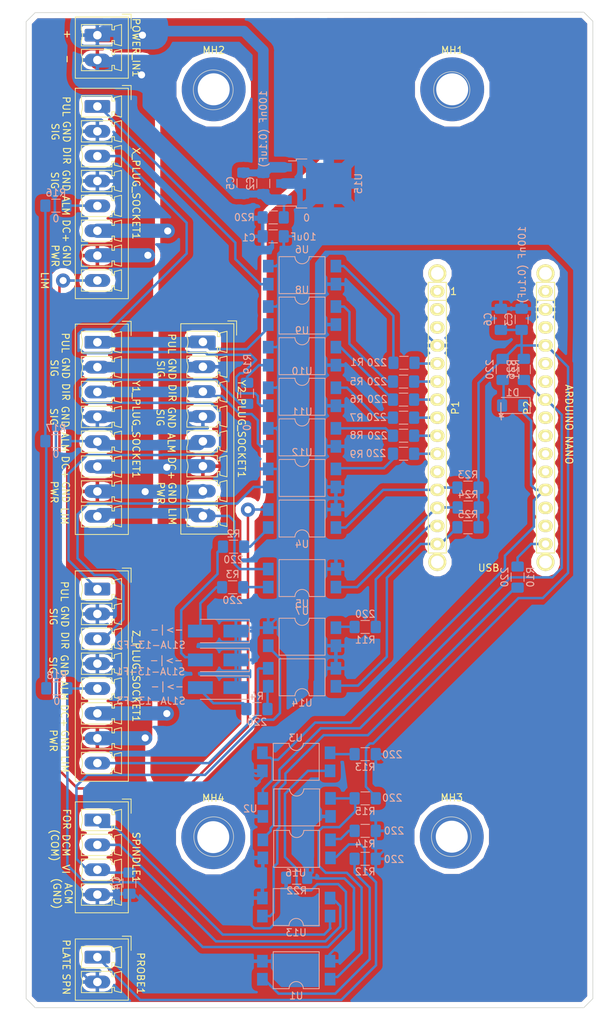
<source format=kicad_pcb>
(kicad_pcb (version 20171130) (host pcbnew "(6.0.0-rc1-dev-347-gd8782b751)")
  (title_block (date "jeu. 02 avril 2015"))
  (layers (0 F.Cu signal hide) (31 B.Cu signal) (34 B.Paste user hide) (35 F.Paste user hide) (36 B.SilkS user) (37 F.SilkS user hide) (38 B.Mask user hide) (39 F.Mask user hide) (44 Edge.Cuts user))
  (net 0 "")
  (net 1 /Reset)
  (net 2 GND)
  (net 3 PUL_X)
  (net 4 GNDPWR)
  (net 5 5V_ISO)
  (net 6 +36V)
  (net 7 +5V)
  (net 8 PUL_Y)
  (net 9 PUL_Z)
  (net 10 DIR_X)
  (net 11 DIR_Y)
  (net 12 DIR_Z)
  (net 13 LIM_X)
  (net 14 LIM_Y)
  (net 15 SPINDLE_PWM)
  (net 16 LIM_Z)
  (net 17 PROBE)
  (net 18 ABORT)
  (net 19 SPINDLE_EN)
  (net 20 "Net-(R1-Pad1)")
  (net 21 "Net-(R5-Pad1)")
  (net 22 "Net-(R6-Pad1)")
  (net 23 "Net-(R7-Pad1)")
  (net 24 "Net-(R8-Pad1)")
  (net 25 "Net-(R9-Pad1)")
  (net 26 "Net-(R10-Pad1)")
  (net 27 "Net-(R11-Pad1)")
  (net 28 "Net-(R12-Pad1)")
  (net 29 "Net-(R13-Pad1)")
  (net 30 "Net-(R14-Pad1)")
  (net 31 LIM_X_IN)
  (net 32 LIM_Y_IN)
  (net 33 LIM_Z_IN)
  (net 34 PUL_X_OUT)
  (net 35 PUL_Y_OUT)
  (net 36 PUL_Z_OUT)
  (net 37 DIR_X_OUT)
  (net 38 DIR_Y_OUT)
  (net 39 DIR_Z_OUT)
  (net 40 ALARM_IN)
  (net 41 /PROBE_PLATE)
  (net 42 GNDS)
  (net 43 "Net-(R19-Pad2)")
  (net 44 /VI)
  (net 45 "/DCM(COM)")
  (net 46 /FOR)
  (net 47 "Net-(R2-Pad2)")
  (net 48 "Net-(R2-Pad1)")
  (net 49 "Net-(R3-Pad2)")
  (net 50 "Net-(R3-Pad1)")
  (net 51 "Net-(R4-Pad2)")
  (net 52 "Net-(R4-Pad1)")
  (net 53 "Net-(R15-Pad1)")
  (net 54 "Net-(D1-Pad2)")
  (module Capacitor_SMD:C_1206_3216Metric_Pad1.42x1.75mm_HandSolder (layer B.Cu) (at 148.3995 75.184 270)
    (fp_text reference C6 (at 0 1.82 270) (layer B.SilkS) (effects (justify mirror)))
    (fp_text value 10uF)
    (pad 2 smd roundrect (at 1.4875 0 270) (size 1.425 1.75) (layers B.Cu B.Paste B.Mask) (roundrect_rratio 0.175439) (net 7 +5V))
    (pad 1 smd roundrect (at -1.4875 0 270) (size 1.425 1.75) (layers B.Cu B.Paste B.Mask) (roundrect_rratio 0.175439) (net 2 GND))
  )
  (module Capacitor_SMD:C_1206_3216Metric_Pad1.42x1.75mm_HandSolder (layer B.Cu) (at 112.141 56.007 270)
    (fp_text reference C5 (at 0 1.82 270) (layer B.SilkS) (effects (justify mirror)))
    (fp_text value 10uF)
    (pad 2 smd roundrect (at 1.4875 0 270) (size 1.425 1.75) (layers B.Cu B.Paste B.Mask) (roundrect_rratio 0.175439) (net 4 GNDPWR))
    (pad 1 smd roundrect (at -1.4875 0 270) (size 1.425 1.75) (layers B.Cu B.Paste B.Mask) (roundrect_rratio 0.175439) (net 6 +36V))
  )
  (module Resistor_SMD:R_1206_3216Metric_Pad1.42x1.75mm_HandSolder (layer B.Cu) (at 151.638 82.2325 270)
    (fp_text reference R26 (at 0 1.82 270) (layer B.SilkS) (effects (justify mirror)))
    (fp_text value 1000)
    (pad 2 smd roundrect (at 1.4875 0 270) (size 1.425 1.75) (layers B.Cu B.Paste B.Mask) (roundrect_rratio 0.175439) (net 17 PROBE))
    (pad 1 smd roundrect (at -1.4875 0 270) (size 1.425 1.75) (layers B.Cu B.Paste B.Mask) (roundrect_rratio 0.175439) (net 7 +5V))
  )
  (module Resistor_SMD:R_1206_3216Metric_Pad1.42x1.75mm_HandSolder (layer B.Cu) (at 143.764 104.4575 180)
    (fp_text reference R25 (at 0 1.82 180) (layer B.SilkS) (effects (justify mirror)))
    (fp_text value 1000)
    (pad 2 smd roundrect (at 1.4875 0 180) (size 1.425 1.75) (layers B.Cu B.Paste B.Mask) (roundrect_rratio 0.175439) (net 16 LIM_Z))
    (pad 1 smd roundrect (at -1.4875 0 180) (size 1.425 1.75) (layers B.Cu B.Paste B.Mask) (roundrect_rratio 0.175439) (net 7 +5V))
  )
  (module Resistor_SMD:R_1206_3216Metric_Pad1.42x1.75mm_HandSolder (layer B.Cu) (at 143.791 101.6635 180)
    (fp_text reference R24 (at 0 1.82 180) (layer B.SilkS) (effects (justify mirror)))
    (fp_text value 1000)
    (pad 2 smd roundrect (at 1.4875 0 180) (size 1.425 1.75) (layers B.Cu B.Paste B.Mask) (roundrect_rratio 0.175439) (net 14 LIM_Y))
    (pad 1 smd roundrect (at -1.4875 0 180) (size 1.425 1.75) (layers B.Cu B.Paste B.Mask) (roundrect_rratio 0.175439) (net 7 +5V))
  )
  (module Resistor_SMD:R_1206_3216Metric_Pad1.42x1.75mm_HandSolder (layer B.Cu) (at 143.764 98.8695 180)
    (fp_text reference R23 (at 0 1.82 180) (layer B.SilkS) (effects (justify mirror)))
    (fp_text value 1000)
    (pad 2 smd roundrect (at 1.4875 0 180) (size 1.425 1.75) (layers B.Cu B.Paste B.Mask) (roundrect_rratio 0.175439) (net 13 LIM_X))
    (pad 1 smd roundrect (at -1.4875 0 180) (size 1.425 1.75) (layers B.Cu B.Paste B.Mask) (roundrect_rratio 0.175439) (net 7 +5V))
  )
  (module Capacitor_SMD:C_1206_3216Metric_Pad1.42x1.75mm_HandSolder (layer B.Cu) (at 96.0755 154.559 270)
    (fp_text reference C4 (at 0 1.82 270) (layer B.SilkS) (effects (justify mirror)))
    (fp_text value "100nF (0.1uF)")
    (pad 2 smd roundrect (at 1.4875 0 270) (size 1.425 1.75) (layers B.Cu B.Paste B.Mask) (roundrect_rratio 0.175439) (net 42 GNDS))
    (pad 1 smd roundrect (at -1.4875 0 270) (size 1.425 1.75) (layers B.Cu B.Paste B.Mask) (roundrect_rratio 0.175439) (net 44 /VI))
  )
  (module Package_DIP:SMDIP-4_W9.53mm_Clearance8mm (layer B.Cu) (at 119.634 149.733 180)
    (fp_text reference U16 (at 0.127 -3.3655 180) (layer B.SilkS) (effects (justify mirror)))
    (fp_text value SFH6206-3T)
    (pad 4 smd rect (at 4.765 1.27 180) (size 1.5 1.78) (layers B.Cu B.Paste B.Mask) (net 17 PROBE))
    (pad 2 smd rect (at -4.765 -1.27 180) (size 1.5 1.78) (layers B.Cu B.Paste B.Mask) (net 41 /PROBE_PLATE))
    (pad 3 smd rect (at 4.765 -1.27 180) (size 1.5 1.78) (layers B.Cu B.Paste B.Mask) (net 2 GND))
    (pad 1 smd rect (at -4.765 1.27 180) (size 1.5 1.78) (layers B.Cu B.Paste B.Mask) (net 30 "Net-(R14-Pad1)"))
  )
  (module Resistor_SMD:R_1206_3216Metric_Pad1.42x1.75mm_HandSolder (layer B.Cu) (at 119.634 153.797)
    (fp_text reference R22 (at 0 1.82) (layer B.SilkS) (effects (justify mirror)))
    (fp_text value 0)
    (pad 2 smd roundrect (at 1.4875 0) (size 1.425 1.75) (layers B.Cu B.Paste B.Mask) (roundrect_rratio 0.175439) (net 2 GND))
    (pad 1 smd roundrect (at -1.4875 0) (size 1.425 1.75) (layers B.Cu B.Paste B.Mask) (roundrect_rratio 0.175439) (net 2 GND))
  )
  (module LED_SMD:LED_1206_3216Metric_Pad1.42x1.75mm_HandSolder (layer B.Cu) (at 150.0505 87.3125 180)
    (fp_text reference D1 (at 0 1.82 180) (layer B.SilkS) (effects (justify mirror)))
    (fp_text value LED)
    (pad 2 smd roundrect (at 1.4875 0 180) (size 1.425 1.75) (layers B.Cu B.Paste B.Mask) (roundrect_rratio 0.175439) (net 54 "Net-(D1-Pad2)"))
    (pad 1 smd roundrect (at -1.4875 0 180) (size 1.425 1.75) (layers B.Cu B.Paste B.Mask) (roundrect_rratio 0.175439) (net 18 ABORT))
  )
  (module Diode_SMD:D_SMA_Handsoldering (layer B.Cu) (at 108.57127 127.028648 180)
    (fp_text reference S1JA-13-F3 (at 9.44777 -1.876352 180) (layer B.SilkS) (effects (justify mirror)))
    (fp_text value DIODE)
    (pad 2 smd rect (at 2.5 0 180) (size 3.5 1.8) (layers B.Cu B.Paste B.Mask) (net 51 "Net-(R4-Pad2)"))
    (pad 1 smd rect (at -2.5 0 180) (size 3.5 1.8) (layers B.Cu B.Paste B.Mask) (net 5 5V_ISO))
  )
  (module Diode_SMD:D_SMA_Handsoldering (layer B.Cu) (at 108.57127 119.067648 180)
    (fp_text reference S1JA-13-F2 (at 9.44777 -1.963352 180) (layer B.SilkS) (effects (justify mirror)))
    (fp_text value DIODE)
    (pad 2 smd rect (at 2.5 0 180) (size 3.5 1.8) (layers B.Cu B.Paste B.Mask) (net 49 "Net-(R3-Pad2)"))
    (pad 1 smd rect (at -2.5 0 180) (size 3.5 1.8) (layers B.Cu B.Paste B.Mask) (net 5 5V_ISO))
  )
  (module Resistor_SMD:R_1206_3216Metric_Pad1.42x1.75mm_HandSolder (layer B.Cu) (at 148.6535 82.2325 90)
    (fp_text reference R21 (at 0 1.82 90) (layer B.SilkS) (effects (justify mirror)))
    (fp_text value 220 (at 0 -1.82 90) (layer B.SilkS) (effects (justify mirror)))
    (pad 2 smd roundrect (at 1.4875 0 90) (size 1.425 1.75) (layers B.Cu B.Paste B.Mask) (roundrect_rratio 0.175439) (net 7 +5V))
    (pad 1 smd roundrect (at -1.4875 0 90) (size 1.425 1.75) (layers B.Cu B.Paste B.Mask) (roundrect_rratio 0.175439) (net 54 "Net-(D1-Pad2)"))
  )
  (module Diode_SMD:D_SMA_Handsoldering (layer B.Cu) (at 108.57127 123.131648 180)
    (fp_text reference S1JA-13-F1 (at 9.51127 -1.645852 180) (layer B.SilkS) (effects (justify mirror)))
    (fp_text value DIODE)
    (pad 2 smd rect (at 2.5 0 180) (size 3.5 1.8) (layers B.Cu B.Paste B.Mask) (net 47 "Net-(R2-Pad2)"))
    (pad 1 smd rect (at -2.5 0 180) (size 3.5 1.8) (layers B.Cu B.Paste B.Mask) (net 5 5V_ISO))
  )
  (module Connector_Phoenix_MC:PhoenixContact_MCV_1,5_4-G-3.5_1x04_P3.50mm_Vertical (layer F.Cu) (at 91.567 145.669 270)
    (fp_text reference SPINDLE1 (at 5.25 -5.45 270 unlocked) (layer F.SilkS))
    (fp_text value Conn_01x04)
    (pad 4 thru_hole oval (at 10.5 0 270) (size 1.8 3.6) (drill 1.2) (layers *.Cu *.Mask) (net 42 GNDS))
    (pad 3 thru_hole oval (at 7 0 270) (size 1.8 3.6) (drill 1.2) (layers *.Cu *.Mask) (net 44 /VI))
    (pad 2 thru_hole oval (at 3.5 0 270) (size 1.8 3.6) (drill 1.2) (layers *.Cu *.Mask) (net 45 "/DCM(COM)"))
    (pad 1 thru_hole roundrect (at 0 0 270) (size 1.8 3.6) (drill 1.2) (layers *.Cu *.Mask) (roundrect_rratio 0.138889) (net 46 /FOR))
  )
  (module Connector_Phoenix_MC:PhoenixContact_MCV_1,5_8-G-3.5_1x08_P3.50mm_Vertical (layer F.Cu) (at 91.567 113.157 270)
    (fp_text reference Z_PLUG_SOCKET1 (at 12.25 -5.45 270 unlocked) (layer F.SilkS))
    (fp_text value Conn_01x08)
    (pad 8 thru_hole oval (at 24.5 0 270) (size 1.8 3.6) (drill 1.2) (layers *.Cu *.Mask) (net 33 LIM_Z_IN))
    (pad 7 thru_hole oval (at 21 0 270) (size 1.8 3.6) (drill 1.2) (layers *.Cu *.Mask) (net 4 GNDPWR))
    (pad 6 thru_hole oval (at 17.5 0 270) (size 1.8 3.6) (drill 1.2) (layers *.Cu *.Mask) (net 6 +36V))
    (pad 5 thru_hole oval (at 14 0 270) (size 1.8 3.6) (drill 1.2) (layers *.Cu *.Mask) (net 40 ALARM_IN))
    (pad 4 thru_hole oval (at 10.5 0 270) (size 1.8 3.6) (drill 1.2) (layers *.Cu *.Mask) (net 42 GNDS))
    (pad 3 thru_hole oval (at 7 0 270) (size 1.8 3.6) (drill 1.2) (layers *.Cu *.Mask) (net 39 DIR_Z_OUT))
    (pad 2 thru_hole oval (at 3.5 0 270) (size 1.8 3.6) (drill 1.2) (layers *.Cu *.Mask) (net 42 GNDS))
    (pad 1 thru_hole roundrect (at 0 0 270) (size 1.8 3.6) (drill 1.2) (layers *.Cu *.Mask) (roundrect_rratio 0.138889) (net 36 PUL_Z_OUT))
  )
  (module Connector_Phoenix_MC:PhoenixContact_MCV_1,5_2-G-3.5_1x02_P3.50mm_Vertical (layer F.Cu) (at 91.567 164.973 270)
    (fp_text reference PROBE1 (at 2.286 -6.096 270 unlocked) (layer F.SilkS))
    (fp_text value Conn_01x02)
    (pad 2 thru_hole oval (at 3.5 0 270) (size 1.8 3.6) (drill 1.2) (layers *.Cu *.Mask) (net 42 GNDS))
    (pad 1 thru_hole roundrect (at 0 0 270) (size 1.8 3.6) (drill 1.2) (layers *.Cu *.Mask) (roundrect_rratio 0.138889) (net 41 /PROBE_PLATE))
  )
  (module Connector_Phoenix_MC:PhoenixContact_MCV_1,5_2-G-3.5_1x02_P3.50mm_Vertical (layer F.Cu) (at 91.567 35.179 270)
    (fp_text reference POWER_IN1 (at 1.75 -5.45 270 unlocked) (layer F.SilkS))
    (fp_text value Conn_01x02)
    (pad 2 thru_hole oval (at 3.5 0 270) (size 1.8 3.6) (drill 1.2) (layers *.Cu *.Mask) (net 4 GNDPWR))
    (pad 1 thru_hole roundrect (at 0 0 270) (size 1.8 3.6) (drill 1.2) (layers *.Cu *.Mask) (roundrect_rratio 0.138889) (net 6 +36V))
  )
  (module Connector_Phoenix_MC:PhoenixContact_MCV_1,5_8-G-3.5_1x08_P3.50mm_Vertical (layer F.Cu) (at 106.426 78.359 270)
    (fp_text reference Y2_PLUG_SOCKET1 (at 12.25 -5.45 270 unlocked) (layer F.SilkS))
    (fp_text value Conn_01x08)
    (pad 8 thru_hole oval (at 24.5 0 270) (size 1.8 3.6) (drill 1.2) (layers *.Cu *.Mask) (net 32 LIM_Y_IN))
    (pad 7 thru_hole oval (at 21 0 270) (size 1.8 3.6) (drill 1.2) (layers *.Cu *.Mask) (net 4 GNDPWR))
    (pad 6 thru_hole oval (at 17.5 0 270) (size 1.8 3.6) (drill 1.2) (layers *.Cu *.Mask) (net 6 +36V))
    (pad 5 thru_hole oval (at 14 0 270) (size 1.8 3.6) (drill 1.2) (layers *.Cu *.Mask) (net 40 ALARM_IN))
    (pad 4 thru_hole oval (at 10.5 0 270) (size 1.8 3.6) (drill 1.2) (layers *.Cu *.Mask) (net 42 GNDS))
    (pad 3 thru_hole oval (at 7 0 270) (size 1.8 3.6) (drill 1.2) (layers *.Cu *.Mask) (net 38 DIR_Y_OUT))
    (pad 2 thru_hole oval (at 3.5 0 270) (size 1.8 3.6) (drill 1.2) (layers *.Cu *.Mask) (net 42 GNDS))
    (pad 1 thru_hole roundrect (at 0 0 270) (size 1.8 3.6) (drill 1.2) (layers *.Cu *.Mask) (roundrect_rratio 0.138889) (net 35 PUL_Y_OUT))
  )
  (module Connector_Phoenix_MC:PhoenixContact_MCV_1,5_8-G-3.5_1x08_P3.50mm_Vertical (layer F.Cu) (at 91.567 78.410278 270)
    (fp_text reference Y1_PLUG_SOCKET1 (at 12.25 -5.45 270 unlocked) (layer F.SilkS))
    (fp_text value Conn_01x08)
    (pad 8 thru_hole oval (at 24.5 0 270) (size 1.8 3.6) (drill 1.2) (layers *.Cu *.Mask) (net 32 LIM_Y_IN))
    (pad 7 thru_hole oval (at 21 0 270) (size 1.8 3.6) (drill 1.2) (layers *.Cu *.Mask) (net 4 GNDPWR))
    (pad 6 thru_hole oval (at 17.5 0 270) (size 1.8 3.6) (drill 1.2) (layers *.Cu *.Mask) (net 6 +36V))
    (pad 5 thru_hole oval (at 14 0 270) (size 1.8 3.6) (drill 1.2) (layers *.Cu *.Mask) (net 40 ALARM_IN))
    (pad 4 thru_hole oval (at 10.5 0 270) (size 1.8 3.6) (drill 1.2) (layers *.Cu *.Mask) (net 42 GNDS))
    (pad 3 thru_hole oval (at 7 0 270) (size 1.8 3.6) (drill 1.2) (layers *.Cu *.Mask) (net 38 DIR_Y_OUT))
    (pad 2 thru_hole oval (at 3.5 0 270) (size 1.8 3.6) (drill 1.2) (layers *.Cu *.Mask) (net 42 GNDS))
    (pad 1 thru_hole roundrect (at 0 0 270) (size 1.8 3.6) (drill 1.2) (layers *.Cu *.Mask) (roundrect_rratio 0.138889) (net 35 PUL_Y_OUT))
  )
  (module Connector_Phoenix_MC:PhoenixContact_MCV_1,5_8-G-3.5_1x08_P3.50mm_Vertical (layer F.Cu) (at 91.567 45.212 270)
    (fp_text reference X_PLUG_SOCKET1 (at 12.25 -5.45 270 unlocked) (layer F.SilkS))
    (fp_text value Conn_01x08)
    (pad 8 thru_hole oval (at 24.5 0 270) (size 1.8 3.6) (drill 1.2) (layers *.Cu *.Mask) (net 31 LIM_X_IN))
    (pad 7 thru_hole oval (at 21 0 270) (size 1.8 3.6) (drill 1.2) (layers *.Cu *.Mask) (net 4 GNDPWR))
    (pad 6 thru_hole oval (at 17.5 0 270) (size 1.8 3.6) (drill 1.2) (layers *.Cu *.Mask) (net 6 +36V))
    (pad 5 thru_hole oval (at 14 0 270) (size 1.8 3.6) (drill 1.2) (layers *.Cu *.Mask) (net 40 ALARM_IN))
    (pad 4 thru_hole oval (at 10.5 0 270) (size 1.8 3.6) (drill 1.2) (layers *.Cu *.Mask) (net 42 GNDS))
    (pad 3 thru_hole oval (at 7 0 270) (size 1.8 3.6) (drill 1.2) (layers *.Cu *.Mask) (net 37 DIR_X_OUT))
    (pad 2 thru_hole oval (at 3.5 0 270) (size 1.8 3.6) (drill 1.2) (layers *.Cu *.Mask) (net 42 GNDS))
    (pad 1 thru_hole roundrect (at 0 0 270) (size 1.8 3.6) (drill 1.2) (layers *.Cu *.Mask) (roundrect_rratio 0.138889) (net 34 PUL_X_OUT))
  )
  (module MountingHole:MountingHole_4.5mm_Pad (layer F.Cu) (at 107.8865 148.082)
    (fp_text reference MH4 (at 0 -5.5) (layer F.SilkS))
    (fp_text value MountingHole)
    (pad 1 thru_hole circle (at 0 0) (size 9 9) (drill 4.5) (layers *.Cu *.Mask))
  )
  (module MountingHole:MountingHole_4.5mm_Pad (layer F.Cu) (at 141.478 148.0185)
    (fp_text reference MH3 (at 0 -5.5) (layer F.SilkS))
    (fp_text value MountingHole)
    (pad 1 thru_hole circle (at 0 0) (size 9 9) (drill 4.5) (layers *.Cu *.Mask))
  )
  (module MountingHole:MountingHole_4.5mm_Pad (layer F.Cu) (at 107.95 42.799)
    (fp_text reference MH2 (at 0 -5.5) (layer F.SilkS))
    (fp_text value MountingHole)
    (pad 1 thru_hole circle (at 0 0) (size 9 9) (drill 4.5) (layers *.Cu *.Mask))
  )
  (module MountingHole:MountingHole_4.5mm_Pad (layer F.Cu) (at 141.5415 42.799)
    (fp_text reference MH1 (at 0 -5.5) (layer F.SilkS))
    (fp_text value MountingHole)
    (pad 1 thru_hole circle (at 0 0) (size 9 9) (drill 4.5) (layers *.Cu *.Mask))
  )
  (module Resistor_SMD:R_1206_3216Metric_Pad1.42x1.75mm_HandSolder (layer B.Cu) (at 116.332 60.833)
    (fp_text reference R20 (at -4.064 0) (layer B.SilkS) (effects (justify mirror)))
    (fp_text value 0 (at 4.699 0.0635) (layer B.SilkS) (effects (justify mirror)))
    (pad 2 smd roundrect (at 1.4875 0) (size 1.425 1.75) (layers B.Cu B.Paste B.Mask) (roundrect_rratio 0.175439) (net 4 GNDPWR))
    (pad 1 smd roundrect (at -1.4875 0) (size 1.425 1.75) (layers B.Cu B.Paste B.Mask) (roundrect_rratio 0.175439) (net 42 GNDS))
  )
  (module Resistor_SMD:R_1206_3216Metric_Pad1.42x1.75mm_HandSolder (layer B.Cu) (at 112.649 85.598 90)
    (fp_text reference R19 (at 4.1275 0.0635 90) (layer B.SilkS) (effects (justify mirror)))
    (fp_text value 0 (at -4.826 0 90) (layer B.SilkS) (effects (justify mirror)))
    (pad 2 smd roundrect (at 1.4875 0 90) (size 1.425 1.75) (layers B.Cu B.Paste B.Mask) (roundrect_rratio 0.175439) (net 43 "Net-(R19-Pad2)"))
    (pad 1 smd roundrect (at -1.4875 0 90) (size 1.425 1.75) (layers B.Cu B.Paste B.Mask) (roundrect_rratio 0.175439) (net 36 PUL_Z_OUT))
  )
  (module Resistor_SMD:R_1206_3216Metric_Pad1.42x1.75mm_HandSolder (layer B.Cu) (at 85.852 127.127 180)
    (fp_text reference R18 (at 0 1.82 180) (layer B.SilkS) (effects (justify mirror)))
    (fp_text value 0 (at 0 -1.82 180) (layer B.SilkS) (effects (justify mirror)))
    (pad 2 smd roundrect (at 1.4875 0 180) (size 1.425 1.75) (layers B.Cu B.Paste B.Mask) (roundrect_rratio 0.175439) (net 40 ALARM_IN))
    (pad 1 smd roundrect (at -1.4875 0 180) (size 1.425 1.75) (layers B.Cu B.Paste B.Mask) (roundrect_rratio 0.175439) (net 40 ALARM_IN))
  )
  (module Resistor_SMD:R_1206_3216Metric_Pad1.42x1.75mm_HandSolder (layer B.Cu) (at 85.725 92.329 180)
    (fp_text reference R17 (at 0 1.82 180) (layer B.SilkS) (effects (justify mirror)))
    (fp_text value 0 (at 0 -1.82 180) (layer B.SilkS) (effects (justify mirror)))
    (pad 2 smd roundrect (at 1.4875 0 180) (size 1.425 1.75) (layers B.Cu B.Paste B.Mask) (roundrect_rratio 0.175439) (net 40 ALARM_IN))
    (pad 1 smd roundrect (at -1.4875 0 180) (size 1.425 1.75) (layers B.Cu B.Paste B.Mask) (roundrect_rratio 0.175439) (net 40 ALARM_IN))
  )
  (module Resistor_SMD:R_1206_3216Metric_Pad1.42x1.75mm_HandSolder (layer B.Cu) (at 85.725 59.182 180)
    (fp_text reference R16 (at 0 1.82 180) (layer B.SilkS) (effects (justify mirror)))
    (fp_text value 0 (at 0 -1.82 180) (layer B.SilkS) (effects (justify mirror)))
    (pad 2 smd roundrect (at 1.4875 0 180) (size 1.425 1.75) (layers B.Cu B.Paste B.Mask) (roundrect_rratio 0.175439) (net 40 ALARM_IN))
    (pad 1 smd roundrect (at -1.4875 0 180) (size 1.425 1.75) (layers B.Cu B.Paste B.Mask) (roundrect_rratio 0.175439) (net 40 ALARM_IN))
  )
  (module Resistor_SMD:R_1206_3216Metric_Pad1.42x1.75mm_HandSolder (layer B.Cu) (at 129.286 151.13)
    (fp_text reference R12 (at 0 1.82) (layer B.SilkS) (effects (justify mirror)))
    (fp_text value 220 (at 4.064 0.0635) (layer B.SilkS) (effects (justify mirror)))
    (pad 2 smd roundrect (at 1.4875 0) (size 1.425 1.75) (layers B.Cu B.Paste B.Mask) (roundrect_rratio 0.175439) (net 5 5V_ISO))
    (pad 1 smd roundrect (at -1.4875 0) (size 1.425 1.75) (layers B.Cu B.Paste B.Mask) (roundrect_rratio 0.175439) (net 28 "Net-(R12-Pad1)"))
  )
  (module Package_DIP:SMDIP-4_W9.53mm_Clearance8mm (layer B.Cu) (at 120.396 125.578611)
    (fp_text reference U14 (at 0 3.6) (layer B.SilkS) (effects (justify mirror)))
    (fp_text value SFH6206-3T)
    (pad 4 smd rect (at 4.765 1.27) (size 1.5 1.78) (layers B.Cu B.Paste B.Mask) (net 16 LIM_Z))
    (pad 2 smd rect (at -4.765 -1.27) (size 1.5 1.78) (layers B.Cu B.Paste B.Mask) (net 33 LIM_Z_IN))
    (pad 3 smd rect (at 4.765 -1.27) (size 1.5 1.78) (layers B.Cu B.Paste B.Mask) (net 2 GND))
    (pad 1 smd rect (at -4.765 1.27) (size 1.5 1.78) (layers B.Cu B.Paste B.Mask) (net 52 "Net-(R4-Pad1)"))
  )
  (module Package_DIP:SMDIP-4_W9.53mm_Clearance8mm (layer B.Cu) (at 119.5705 157.9245)
    (fp_text reference U13 (at 0 3.6) (layer B.SilkS) (effects (justify mirror)))
    (fp_text value SFH6206-3T)
    (pad 4 smd rect (at 4.765 1.27) (size 1.5 1.78) (layers B.Cu B.Paste B.Mask) (net 46 /FOR))
    (pad 2 smd rect (at -4.765 -1.27) (size 1.5 1.78) (layers B.Cu B.Paste B.Mask) (net 2 GND))
    (pad 3 smd rect (at 4.765 -1.27) (size 1.5 1.78) (layers B.Cu B.Paste B.Mask) (net 45 "/DCM(COM)"))
    (pad 1 smd rect (at -4.765 1.27) (size 1.5 1.78) (layers B.Cu B.Paste B.Mask) (net 26 "Net-(R10-Pad1)"))
  )
  (module Package_DIP:SMDIP-4_W9.53mm_Clearance8mm (layer B.Cu) (at 120.396 97.511611 180)
    (fp_text reference U12 (at 0 3.6 180) (layer B.SilkS) (effects (justify mirror)))
    (fp_text value SFH6206-3T)
    (pad 4 smd rect (at 4.765 1.27 180) (size 1.5 1.78) (layers B.Cu B.Paste B.Mask) (net 5 5V_ISO))
    (pad 2 smd rect (at -4.765 -1.27 180) (size 1.5 1.78) (layers B.Cu B.Paste B.Mask) (net 2 GND))
    (pad 3 smd rect (at 4.765 -1.27 180) (size 1.5 1.78) (layers B.Cu B.Paste B.Mask) (net 39 DIR_Z_OUT))
    (pad 1 smd rect (at -4.765 1.27 180) (size 1.5 1.78) (layers B.Cu B.Paste B.Mask) (net 25 "Net-(R9-Pad1)"))
  )
  (module Package_DIP:SMDIP-4_W9.53mm_Clearance8mm (layer B.Cu) (at 120.396 91.796611 180)
    (fp_text reference U11 (at 0 3.6 180) (layer B.SilkS) (effects (justify mirror)))
    (fp_text value SFH6206-3T)
    (pad 4 smd rect (at 4.765 1.27 180) (size 1.5 1.78) (layers B.Cu B.Paste B.Mask) (net 5 5V_ISO))
    (pad 2 smd rect (at -4.765 -1.27 180) (size 1.5 1.78) (layers B.Cu B.Paste B.Mask) (net 2 GND))
    (pad 3 smd rect (at 4.765 -1.27 180) (size 1.5 1.78) (layers B.Cu B.Paste B.Mask) (net 38 DIR_Y_OUT))
    (pad 1 smd rect (at -4.765 1.27 180) (size 1.5 1.78) (layers B.Cu B.Paste B.Mask) (net 24 "Net-(R8-Pad1)"))
  )
  (module Package_DIP:SMDIP-4_W9.53mm_Clearance8mm (layer B.Cu) (at 120.396 86.081611 180)
    (fp_text reference U10 (at 0 3.6 180) (layer B.SilkS) (effects (justify mirror)))
    (fp_text value SFH6206-3T)
    (pad 4 smd rect (at 4.765 1.27 180) (size 1.5 1.78) (layers B.Cu B.Paste B.Mask) (net 5 5V_ISO))
    (pad 2 smd rect (at -4.765 -1.27 180) (size 1.5 1.78) (layers B.Cu B.Paste B.Mask) (net 2 GND))
    (pad 3 smd rect (at 4.765 -1.27 180) (size 1.5 1.78) (layers B.Cu B.Paste B.Mask) (net 37 DIR_X_OUT))
    (pad 1 smd rect (at -4.765 1.27 180) (size 1.5 1.78) (layers B.Cu B.Paste B.Mask) (net 23 "Net-(R7-Pad1)"))
  )
  (module Package_DIP:SMDIP-4_W9.53mm_Clearance8mm (layer B.Cu) (at 120.396 80.366611 180)
    (fp_text reference U9 (at 0 3.6 180) (layer B.SilkS) (effects (justify mirror)))
    (fp_text value SFH6206-3T)
    (pad 4 smd rect (at 4.765 1.27 180) (size 1.5 1.78) (layers B.Cu B.Paste B.Mask) (net 5 5V_ISO))
    (pad 2 smd rect (at -4.765 -1.27 180) (size 1.5 1.78) (layers B.Cu B.Paste B.Mask) (net 2 GND))
    (pad 3 smd rect (at 4.765 -1.27 180) (size 1.5 1.78) (layers B.Cu B.Paste B.Mask) (net 43 "Net-(R19-Pad2)"))
    (pad 1 smd rect (at -4.765 1.27 180) (size 1.5 1.78) (layers B.Cu B.Paste B.Mask) (net 22 "Net-(R6-Pad1)"))
  )
  (module Package_DIP:SMDIP-4_W9.53mm_Clearance8mm (layer B.Cu) (at 120.396 74.651611 180)
    (fp_text reference U8 (at 0 3.6 180) (layer B.SilkS) (effects (justify mirror)))
    (fp_text value SFH6206-3T)
    (pad 4 smd rect (at 4.765 1.27 180) (size 1.5 1.78) (layers B.Cu B.Paste B.Mask) (net 5 5V_ISO))
    (pad 2 smd rect (at -4.765 -1.27 180) (size 1.5 1.78) (layers B.Cu B.Paste B.Mask) (net 2 GND))
    (pad 3 smd rect (at 4.765 -1.27 180) (size 1.5 1.78) (layers B.Cu B.Paste B.Mask) (net 35 PUL_Y_OUT))
    (pad 1 smd rect (at -4.765 1.27 180) (size 1.5 1.78) (layers B.Cu B.Paste B.Mask) (net 21 "Net-(R5-Pad1)"))
  )
  (module Package_DIP:SMDIP-4_W9.53mm_Clearance8mm (layer B.Cu) (at 120.396 119.863611 180)
    (fp_text reference U7 (at 0 3.6 180) (layer B.SilkS) (effects (justify mirror)))
    (fp_text value SFH6206-3T)
    (pad 4 smd rect (at 4.765 1.27 180) (size 1.5 1.78) (layers B.Cu B.Paste B.Mask) (net 5 5V_ISO))
    (pad 2 smd rect (at -4.765 -1.27 180) (size 1.5 1.78) (layers B.Cu B.Paste B.Mask) (net 2 GND))
    (pad 3 smd rect (at 4.765 -1.27 180) (size 1.5 1.78) (layers B.Cu B.Paste B.Mask) (net 44 /VI))
    (pad 1 smd rect (at -4.765 1.27 180) (size 1.5 1.78) (layers B.Cu B.Paste B.Mask) (net 27 "Net-(R11-Pad1)"))
  )
  (module Package_DIP:SMDIP-4_W9.53mm_Clearance8mm (layer B.Cu) (at 120.396 68.961 180)
    (fp_text reference U6 (at 0 3.6 180) (layer B.SilkS) (effects (justify mirror)))
    (fp_text value SFH6206-3T)
    (pad 4 smd rect (at 4.765 1.27 180) (size 1.5 1.78) (layers B.Cu B.Paste B.Mask) (net 5 5V_ISO))
    (pad 2 smd rect (at -4.765 -1.27 180) (size 1.5 1.78) (layers B.Cu B.Paste B.Mask) (net 2 GND))
    (pad 3 smd rect (at 4.765 -1.27 180) (size 1.5 1.78) (layers B.Cu B.Paste B.Mask) (net 34 PUL_X_OUT))
    (pad 1 smd rect (at -4.765 1.27 180) (size 1.5 1.78) (layers B.Cu B.Paste B.Mask) (net 20 "Net-(R1-Pad1)"))
  )
  (module Package_DIP:SMDIP-4_W9.53mm_Clearance8mm (layer B.Cu) (at 120.396 111.608611)
    (fp_text reference U5 (at 0 3.6) (layer B.SilkS) (effects (justify mirror)))
    (fp_text value SFH6206-3T)
    (pad 4 smd rect (at 4.765 1.27) (size 1.5 1.78) (layers B.Cu B.Paste B.Mask) (net 14 LIM_Y))
    (pad 2 smd rect (at -4.765 -1.27) (size 1.5 1.78) (layers B.Cu B.Paste B.Mask) (net 32 LIM_Y_IN))
    (pad 3 smd rect (at 4.765 -1.27) (size 1.5 1.78) (layers B.Cu B.Paste B.Mask) (net 2 GND))
    (pad 1 smd rect (at -4.765 1.27) (size 1.5 1.78) (layers B.Cu B.Paste B.Mask) (net 50 "Net-(R3-Pad1)"))
  )
  (module Package_DIP:SMDIP-4_W9.53mm_Clearance8mm (layer B.Cu) (at 120.396 103.226611)
    (fp_text reference U4 (at 0 3.6) (layer B.SilkS) (effects (justify mirror)))
    (fp_text value SFH6206-3T)
    (pad 4 smd rect (at 4.765 1.27) (size 1.5 1.78) (layers B.Cu B.Paste B.Mask) (net 13 LIM_X))
    (pad 2 smd rect (at -4.765 -1.27) (size 1.5 1.78) (layers B.Cu B.Paste B.Mask) (net 31 LIM_X_IN))
    (pad 3 smd rect (at 4.765 -1.27) (size 1.5 1.78) (layers B.Cu B.Paste B.Mask) (net 2 GND))
    (pad 1 smd rect (at -4.765 1.27) (size 1.5 1.78) (layers B.Cu B.Paste B.Mask) (net 48 "Net-(R2-Pad1)"))
  )
  (module Package_DIP:SMDIP-4_W9.53mm_Clearance8mm (layer B.Cu) (at 119.5705 137.4775 180)
    (fp_text reference U3 (at 0.0635 3.3655 180) (layer B.SilkS) (effects (justify mirror)))
    (fp_text value SFH6206-3T)
    (pad 4 smd rect (at 4.765 1.27 180) (size 1.5 1.78) (layers B.Cu B.Paste B.Mask) (net 18 ABORT))
    (pad 2 smd rect (at -4.765 -1.27 180) (size 1.5 1.78) (layers B.Cu B.Paste B.Mask) (net 40 ALARM_IN))
    (pad 3 smd rect (at 4.765 -1.27 180) (size 1.5 1.78) (layers B.Cu B.Paste B.Mask) (net 2 GND))
    (pad 1 smd rect (at -4.765 1.27 180) (size 1.5 1.78) (layers B.Cu B.Paste B.Mask) (net 29 "Net-(R13-Pad1)"))
  )
  (module Package_DIP:SMDIP-4_W9.53mm_Clearance8mm (layer B.Cu) (at 119.634 143.891 180)
    (fp_text reference U2 (at 6.5405 -0.1905 180) (layer B.SilkS) (effects (justify mirror)))
    (fp_text value SFH6206-3T)
    (pad 4 smd rect (at 4.765 1.27 180) (size 1.5 1.78) (layers B.Cu B.Paste B.Mask) (net 18 ABORT))
    (pad 2 smd rect (at -4.765 -1.27 180) (size 1.5 1.78) (layers B.Cu B.Paste B.Mask) (net 2 GND))
    (pad 3 smd rect (at 4.765 -1.27 180) (size 1.5 1.78) (layers B.Cu B.Paste B.Mask) (net 2 GND))
    (pad 1 smd rect (at -4.765 1.27 180) (size 1.5 1.78) (layers B.Cu B.Paste B.Mask) (net 53 "Net-(R15-Pad1)"))
  )
  (module Package_DIP:SMDIP-4_W9.53mm_Clearance8mm (layer B.Cu) (at 119.5705 166.8145)
    (fp_text reference U1 (at 0 3.6) (layer B.SilkS) (effects (justify mirror)))
    (fp_text value SFH6206-3T)
    (pad 4 smd rect (at 4.765 1.27) (size 1.5 1.78) (layers B.Cu B.Paste B.Mask) (net 53 "Net-(R15-Pad1)"))
    (pad 2 smd rect (at -4.765 -1.27) (size 1.5 1.78) (layers B.Cu B.Paste B.Mask) (net 42 GNDS))
    (pad 3 smd rect (at 4.765 -1.27) (size 1.5 1.78) (layers B.Cu B.Paste B.Mask) (net 2 GND))
    (pad 1 smd rect (at -4.765 1.27) (size 1.5 1.78) (layers B.Cu B.Paste B.Mask) (net 28 "Net-(R12-Pad1)"))
  )
  (module Package_TO_SOT_SMD:TO-252-3_TabPin2 (layer B.Cu) (at 122.047 56.058548)
    (fp_text reference U15 (at 6.2865 0.011952 270) (layer B.SilkS) (effects (justify mirror)))
    (fp_text value IFX27001TFV50ATMA1CT-ND)
    (pad 2 smd rect (at 2.1 0) (size 6.4 5.8) (layers B.Cu B.Mask) (net 5 5V_ISO))
    (pad 3 smd rect (at -4.2 -2.28) (size 2.2 1.2) (layers B.Cu B.Paste B.Mask) (net 6 +36V))
    (pad 2 smd rect (at -4.2 0) (size 2.2 1.2) (layers B.Cu B.Paste B.Mask) (net 5 5V_ISO))
    (pad 1 smd rect (at -4.2 2.28) (size 2.2 1.2) (layers B.Cu B.Paste B.Mask) (net 4 GNDPWR))
  )
  (module Resistor_SMD:R_1206_3216Metric_Pad1.42x1.75mm_HandSolder (layer B.Cu) (at 129.286 142.621)
    (fp_text reference R15 (at 0 1.82) (layer B.SilkS) (effects (justify mirror)))
    (fp_text value 220 (at 3.81 -0.0635) (layer B.SilkS) (effects (justify mirror)))
    (pad 2 smd roundrect (at 1.4875 0) (size 1.425 1.75) (layers B.Cu B.Paste B.Mask) (roundrect_rratio 0.175439) (net 7 +5V))
    (pad 1 smd roundrect (at -1.4875 0) (size 1.425 1.75) (layers B.Cu B.Paste B.Mask) (roundrect_rratio 0.175439) (net 53 "Net-(R15-Pad1)"))
  )
  (module Resistor_SMD:R_1206_3216Metric_Pad1.42x1.75mm_HandSolder (layer B.Cu) (at 129.286 147.193)
    (fp_text reference R14 (at 0 1.82) (layer B.SilkS) (effects (justify mirror)))
    (fp_text value 220 (at 4.064 0) (layer B.SilkS) (effects (justify mirror)))
    (pad 2 smd roundrect (at 1.4875 0) (size 1.425 1.75) (layers B.Cu B.Paste B.Mask) (roundrect_rratio 0.175439) (net 5 5V_ISO))
    (pad 1 smd roundrect (at -1.4875 0) (size 1.425 1.75) (layers B.Cu B.Paste B.Mask) (roundrect_rratio 0.175439) (net 30 "Net-(R14-Pad1)"))
  )
  (module Resistor_SMD:R_1206_3216Metric_Pad1.42x1.75mm_HandSolder (layer B.Cu) (at 129.286 136.398)
    (fp_text reference R13 (at 0 1.82) (layer B.SilkS) (effects (justify mirror)))
    (fp_text value 220 (at 3.81 0.0635) (layer B.SilkS) (effects (justify mirror)))
    (pad 2 smd roundrect (at 1.4875 0) (size 1.425 1.75) (layers B.Cu B.Paste B.Mask) (roundrect_rratio 0.175439) (net 5 5V_ISO))
    (pad 1 smd roundrect (at -1.4875 0) (size 1.425 1.75) (layers B.Cu B.Paste B.Mask) (roundrect_rratio 0.175439) (net 29 "Net-(R13-Pad1)"))
  )
  (module Resistor_SMD:R_1206_3216Metric_Pad1.42x1.75mm_HandSolder (layer B.Cu) (at 129.286 118.491)
    (fp_text reference R11 (at 0 1.82) (layer B.SilkS) (effects (justify mirror)))
    (fp_text value 220 (at 0 -1.82) (layer B.SilkS) (effects (justify mirror)))
    (pad 2 smd roundrect (at 1.4875 0) (size 1.425 1.75) (layers B.Cu B.Paste B.Mask) (roundrect_rratio 0.175439) (net 15 SPINDLE_PWM))
    (pad 1 smd roundrect (at -1.4875 0) (size 1.425 1.75) (layers B.Cu B.Paste B.Mask) (roundrect_rratio 0.175439) (net 27 "Net-(R11-Pad1)"))
  )
  (module Resistor_SMD:R_1206_3216Metric_Pad1.42x1.75mm_HandSolder (layer B.Cu) (at 150.749 111.4695 90)
    (fp_text reference R10 (at 0 1.82 90) (layer B.SilkS) (effects (justify mirror)))
    (fp_text value 220 (at 0 -1.82 90) (layer B.SilkS) (effects (justify mirror)))
    (pad 2 smd roundrect (at 1.4875 0 90) (size 1.425 1.75) (layers B.Cu B.Paste B.Mask) (roundrect_rratio 0.175439) (net 19 SPINDLE_EN))
    (pad 1 smd roundrect (at -1.4875 0 90) (size 1.425 1.75) (layers B.Cu B.Paste B.Mask) (roundrect_rratio 0.175439) (net 26 "Net-(R10-Pad1)"))
  )
  (module Resistor_SMD:R_1206_3216Metric_Pad1.42x1.75mm_HandSolder (layer B.Cu) (at 134.689336 94.104002)
    (fp_text reference R9 (at -6.609836 0.066498) (layer B.SilkS) (effects (justify mirror)))
    (fp_text value 220 (at -3.879336 -0.060502) (layer B.SilkS) (effects (justify mirror)))
    (pad 2 smd roundrect (at 1.4875 0) (size 1.425 1.75) (layers B.Cu B.Paste B.Mask) (roundrect_rratio 0.175439) (net 12 DIR_Z))
    (pad 1 smd roundrect (at -1.4875 0) (size 1.425 1.75) (layers B.Cu B.Paste B.Mask) (roundrect_rratio 0.175439) (net 25 "Net-(R9-Pad1)"))
  )
  (module Resistor_SMD:R_1206_3216Metric_Pad1.42x1.75mm_HandSolder (layer B.Cu) (at 134.689336 91.564002)
    (fp_text reference R8 (at -6.609836 -0.060502) (layer B.SilkS) (effects (justify mirror)))
    (fp_text value 220 (at -3.688836 0.002998) (layer B.SilkS) (effects (justify mirror)))
    (pad 2 smd roundrect (at 1.4875 0) (size 1.425 1.75) (layers B.Cu B.Paste B.Mask) (roundrect_rratio 0.175439) (net 11 DIR_Y))
    (pad 1 smd roundrect (at -1.4875 0) (size 1.425 1.75) (layers B.Cu B.Paste B.Mask) (roundrect_rratio 0.175439) (net 24 "Net-(R8-Pad1)"))
  )
  (module Resistor_SMD:R_1206_3216Metric_Pad1.42x1.75mm_HandSolder (layer B.Cu) (at 134.689336 89.024002)
    (fp_text reference R7 (at -6.609836 0.002998) (layer B.SilkS) (effects (justify mirror)))
    (fp_text value 220 (at -3.815836 -0.060502) (layer B.SilkS) (effects (justify mirror)))
    (pad 2 smd roundrect (at 1.4875 0) (size 1.425 1.75) (layers B.Cu B.Paste B.Mask) (roundrect_rratio 0.175439) (net 10 DIR_X))
    (pad 1 smd roundrect (at -1.4875 0) (size 1.425 1.75) (layers B.Cu B.Paste B.Mask) (roundrect_rratio 0.175439) (net 23 "Net-(R7-Pad1)"))
  )
  (module Resistor_SMD:R_1206_3216Metric_Pad1.42x1.75mm_HandSolder (layer B.Cu) (at 134.689336 86.484002)
    (fp_text reference R6 (at -6.609836 -0.060502) (layer B.SilkS) (effects (justify mirror)))
    (fp_text value 220 (at -3.688836 -0.060502) (layer B.SilkS) (effects (justify mirror)))
    (pad 2 smd roundrect (at 1.4875 0) (size 1.425 1.75) (layers B.Cu B.Paste B.Mask) (roundrect_rratio 0.175439) (net 9 PUL_Z))
    (pad 1 smd roundrect (at -1.4875 0) (size 1.425 1.75) (layers B.Cu B.Paste B.Mask) (roundrect_rratio 0.175439) (net 22 "Net-(R6-Pad1)"))
  )
  (module Resistor_SMD:R_1206_3216Metric_Pad1.42x1.75mm_HandSolder (layer B.Cu) (at 134.689336 83.944002)
    (fp_text reference R5 (at -6.609836 0.002998 180) (layer B.SilkS) (effects (justify mirror)))
    (fp_text value 220 (at -3.752336 0.002998) (layer B.SilkS) (effects (justify mirror)))
    (pad 2 smd roundrect (at 1.4875 0) (size 1.425 1.75) (layers B.Cu B.Paste B.Mask) (roundrect_rratio 0.175439) (net 8 PUL_Y))
    (pad 1 smd roundrect (at -1.4875 0) (size 1.425 1.75) (layers B.Cu B.Paste B.Mask) (roundrect_rratio 0.175439) (net 21 "Net-(R5-Pad1)"))
  )
  (module Resistor_SMD:R_1206_3216Metric_Pad1.42x1.75mm_HandSolder (layer B.Cu) (at 114.046 130.048 180)
    (fp_text reference R4 (at 0 1.82 180) (layer B.SilkS) (effects (justify mirror)))
    (fp_text value 220 (at 0 -1.82 180) (layer B.SilkS) (effects (justify mirror)))
    (pad 2 smd roundrect (at 1.4875 0 180) (size 1.425 1.75) (layers B.Cu B.Paste B.Mask) (roundrect_rratio 0.175439) (net 51 "Net-(R4-Pad2)"))
    (pad 1 smd roundrect (at -1.4875 0 180) (size 1.425 1.75) (layers B.Cu B.Paste B.Mask) (roundrect_rratio 0.175439) (net 52 "Net-(R4-Pad1)"))
  )
  (module Resistor_SMD:R_1206_3216Metric_Pad1.42x1.75mm_HandSolder (layer B.Cu) (at 110.617 112.903 180)
    (fp_text reference R3 (at 0 1.82 180) (layer B.SilkS) (effects (justify mirror)))
    (fp_text value 220 (at 0 -1.82 180) (layer B.SilkS) (effects (justify mirror)))
    (pad 2 smd roundrect (at 1.4875 0 180) (size 1.425 1.75) (layers B.Cu B.Paste B.Mask) (roundrect_rratio 0.175439) (net 49 "Net-(R3-Pad2)"))
    (pad 1 smd roundrect (at -1.4875 0 180) (size 1.425 1.75) (layers B.Cu B.Paste B.Mask) (roundrect_rratio 0.175439) (net 50 "Net-(R3-Pad1)"))
  )
  (module Resistor_SMD:R_1206_3216Metric_Pad1.42x1.75mm_HandSolder (layer B.Cu) (at 110.744 107.188 180)
    (fp_text reference R2 (at 0 1.82 180) (layer B.SilkS) (effects (justify mirror)))
    (fp_text value 220 (at 0 -1.82 180) (layer B.SilkS) (effects (justify mirror)))
    (pad 2 smd roundrect (at 1.4875 0 180) (size 1.425 1.75) (layers B.Cu B.Paste B.Mask) (roundrect_rratio 0.175439) (net 47 "Net-(R2-Pad2)"))
    (pad 1 smd roundrect (at -1.4875 0 180) (size 1.425 1.75) (layers B.Cu B.Paste B.Mask) (roundrect_rratio 0.175439) (net 48 "Net-(R2-Pad1)"))
  )
  (module Capacitor_SMD:C_1206_3216Metric_Pad1.42x1.75mm_HandSolder (layer B.Cu) (at 151.3205 75.184 270)
    (fp_text reference C3 (at 0 1.82 270) (layer B.SilkS) (effects (justify mirror)))
    (fp_text value "100nF (0.1uF)" (at -7.6835 -0.0635 270) (layer B.SilkS) (effects (justify mirror)))
    (pad 2 smd roundrect (at 1.4875 0 270) (size 1.425 1.75) (layers B.Cu B.Paste B.Mask) (roundrect_rratio 0.175439) (net 7 +5V))
    (pad 1 smd roundrect (at -1.4875 0 270) (size 1.425 1.75) (layers B.Cu B.Paste B.Mask) (roundrect_rratio 0.175439) (net 2 GND))
  )
  (module Capacitor_SMD:C_1206_3216Metric_Pad1.42x1.75mm_HandSolder (layer B.Cu) (at 114.935 56.058548 270)
    (fp_text reference C2 (at 0 1.82 270) (layer B.SilkS) (effects (justify mirror)))
    (fp_text value "100nF (0.1uF)" (at -7.671548 0 90) (layer B.SilkS) (effects (justify mirror)))
    (pad 2 smd roundrect (at 1.4875 0 270) (size 1.425 1.75) (layers B.Cu B.Paste B.Mask) (roundrect_rratio 0.175439) (net 4 GNDPWR))
    (pad 1 smd roundrect (at -1.4875 0 270) (size 1.425 1.75) (layers B.Cu B.Paste B.Mask) (roundrect_rratio 0.175439) (net 6 +36V))
  )
  (module Capacitor_SMD:C_1206_3216Metric_Pad1.42x1.75mm_HandSolder (layer B.Cu) (at 116.332 63.5 180)
    (fp_text reference C1 (at 3.429 -0.1905 180) (layer B.SilkS) (effects (justify mirror)))
    (fp_text value 10uF (at -4.2545 -0.0635 180) (layer B.SilkS) (effects (justify mirror)))
    (pad 2 smd roundrect (at 1.4875 0 180) (size 1.425 1.75) (layers B.Cu B.Paste B.Mask) (roundrect_rratio 0.175439) (net 42 GNDS))
    (pad 1 smd roundrect (at -1.4875 0 180) (size 1.425 1.75) (layers B.Cu B.Paste B.Mask) (roundrect_rratio 0.175439) (net 5 5V_ISO))
  )
  (module Socket_Arduino_Nano:Socket_Strip_Arduino_1x15 (layer F.Cu) (at 139.446 71.247 270)
    (fp_text reference P1 (at 16.383 -2.54 270) (layer F.SilkS))
    (fp_text value Digital)
    (pad 1 thru_hole oval (at 0 0 270) (size 1.7272 2.032) (drill 1.016) (layers *.Cu *.Mask F.SilkS))
    (pad 2 thru_hole oval (at 2.54 0 270) (size 1.7272 2.032) (drill 1.016) (layers *.Cu *.Mask F.SilkS))
    (pad 3 thru_hole oval (at 5.08 0 270) (size 1.7272 2.032) (drill 1.016) (layers *.Cu *.Mask F.SilkS) (net 1 /Reset))
    (pad 4 thru_hole oval (at 7.62 0 270) (size 1.7272 2.032) (drill 1.016) (layers *.Cu *.Mask F.SilkS) (net 2 GND))
    (pad 5 thru_hole oval (at 10.16 0 270) (size 1.7272 2.032) (drill 1.016) (layers *.Cu *.Mask F.SilkS) (net 3 PUL_X))
    (pad 6 thru_hole oval (at 12.7 0 270) (size 1.7272 2.032) (drill 1.016) (layers *.Cu *.Mask F.SilkS) (net 8 PUL_Y))
    (pad 7 thru_hole oval (at 15.24 0 270) (size 1.7272 2.032) (drill 1.016) (layers *.Cu *.Mask F.SilkS) (net 9 PUL_Z))
    (pad 8 thru_hole oval (at 17.78 0 270) (size 1.7272 2.032) (drill 1.016) (layers *.Cu *.Mask F.SilkS) (net 10 DIR_X))
    (pad 9 thru_hole oval (at 20.32 0 270) (size 1.7272 2.032) (drill 1.016) (layers *.Cu *.Mask F.SilkS) (net 11 DIR_Y))
    (pad 10 thru_hole oval (at 22.86 0 270) (size 1.7272 2.032) (drill 1.016) (layers *.Cu *.Mask F.SilkS) (net 12 DIR_Z))
    (pad 11 thru_hole oval (at 25.4 0 270) (size 1.7272 2.032) (drill 1.016) (layers *.Cu *.Mask F.SilkS))
    (pad 12 thru_hole oval (at 27.94 0 270) (size 1.7272 2.032) (drill 1.016) (layers *.Cu *.Mask F.SilkS) (net 13 LIM_X))
    (pad 13 thru_hole oval (at 30.48 0 270) (size 1.7272 2.032) (drill 1.016) (layers *.Cu *.Mask F.SilkS) (net 14 LIM_Y))
    (pad 14 thru_hole oval (at 33.02 0 270) (size 1.7272 2.032) (drill 1.016) (layers *.Cu *.Mask F.SilkS) (net 15 SPINDLE_PWM))
    (pad 15 thru_hole oval (at 35.56 0 270) (size 1.7272 2.032) (drill 1.016) (layers *.Cu *.Mask F.SilkS) (net 16 LIM_Z))
  )
  (module Socket_Arduino_Nano:Socket_Strip_Arduino_1x15 (layer F.Cu) (at 154.686 71.247 270)
    (fp_text reference P2 (at 16.383 2.54 270) (layer F.SilkS))
    (fp_text value Analog)
    (pad 1 thru_hole oval (at 0 0 270) (size 1.7272 2.032) (drill 1.016) (layers *.Cu *.Mask F.SilkS))
    (pad 2 thru_hole oval (at 2.54 0 270) (size 1.7272 2.032) (drill 1.016) (layers *.Cu *.Mask F.SilkS) (net 2 GND))
    (pad 3 thru_hole oval (at 5.08 0 270) (size 1.7272 2.032) (drill 1.016) (layers *.Cu *.Mask F.SilkS) (net 1 /Reset))
    (pad 4 thru_hole oval (at 7.62 0 270) (size 1.7272 2.032) (drill 1.016) (layers *.Cu *.Mask F.SilkS) (net 7 +5V))
    (pad 5 thru_hole oval (at 10.16 0 270) (size 1.7272 2.032) (drill 1.016) (layers *.Cu *.Mask F.SilkS))
    (pad 6 thru_hole oval (at 12.7 0 270) (size 1.7272 2.032) (drill 1.016) (layers *.Cu *.Mask F.SilkS))
    (pad 7 thru_hole oval (at 15.24 0 270) (size 1.7272 2.032) (drill 1.016) (layers *.Cu *.Mask F.SilkS) (net 17 PROBE))
    (pad 8 thru_hole oval (at 17.78 0 270) (size 1.7272 2.032) (drill 1.016) (layers *.Cu *.Mask F.SilkS))
    (pad 9 thru_hole oval (at 20.32 0 270) (size 1.7272 2.032) (drill 1.016) (layers *.Cu *.Mask F.SilkS))
    (pad 10 thru_hole oval (at 22.86 0 270) (size 1.7272 2.032) (drill 1.016) (layers *.Cu *.Mask F.SilkS))
    (pad 11 thru_hole oval (at 25.4 0 270) (size 1.7272 2.032) (drill 1.016) (layers *.Cu *.Mask F.SilkS))
    (pad 12 thru_hole oval (at 27.94 0 270) (size 1.7272 2.032) (drill 1.016) (layers *.Cu *.Mask F.SilkS) (net 18 ABORT))
    (pad 13 thru_hole oval (at 30.48 0 270) (size 1.7272 2.032) (drill 1.016) (layers *.Cu *.Mask F.SilkS))
    (pad 14 thru_hole oval (at 33.02 0 270) (size 1.7272 2.032) (drill 1.016) (layers *.Cu *.Mask F.SilkS))
    (pad 15 thru_hole oval (at 35.56 0 270) (size 1.7272 2.032) (drill 1.016) (layers *.Cu *.Mask F.SilkS) (net 19 SPINDLE_EN))
  )
  (module Socket_Arduino_Nano:1pin_Nano (layer F.Cu) (at 139.446 68.707)
    (fp_text reference P3 hide)
    (fp_text value CONN_01X01 hide)
    (pad 1 thru_hole circle (at 0 0) (size 2.54 2.54) (drill 1.778) (layers *.Cu *.Mask F.SilkS))
  )
  (module Socket_Arduino_Nano:1pin_Nano (layer F.Cu) (at 139.446 109.347)
    (fp_text reference P4 hide)
    (fp_text value CONN_01X01 hide)
    (pad 1 thru_hole circle (at 0 0) (size 2.54 2.54) (drill 1.778) (layers *.Cu *.Mask F.SilkS))
  )
  (module Socket_Arduino_Nano:1pin_Nano (layer F.Cu) (at 154.686 109.347)
    (fp_text reference P5 hide)
    (fp_text value CONN_01X01 hide)
    (pad 1 thru_hole circle (at 0 0) (size 2.54 2.54) (drill 1.778) (layers *.Cu *.Mask F.SilkS))
  )
  (module Socket_Arduino_Nano:1pin_Nano (layer F.Cu) (at 154.686 68.707)
    (fp_text reference P6 hide)
    (fp_text value CONN_01X01 hide)
    (pad 1 thru_hole circle (at 0 0) (size 2.54 2.54) (drill 1.778) (layers *.Cu *.Mask F.SilkS))
  )
  (module Resistor_SMD:R_1206_3216Metric_Pad1.42x1.75mm_HandSolder (layer B.Cu) (at 134.747 81.301391)
    (fp_text reference R1 (at -6.604 -0.084891) (layer B.SilkS) (effects (justify mirror)))
    (fp_text value 220 (at -3.81 -0.021391) (layer B.SilkS) (effects (justify mirror)))
    (pad 1 smd roundrect (at -1.4875 0) (size 1.425 1.75) (layers B.Cu B.Paste B.Mask) (roundrect_rratio 0.175439) (net 20 "Net-(R1-Pad1)"))
    (pad 2 smd roundrect (at 1.4875 0) (size 1.425 1.75) (layers B.Cu B.Paste B.Mask) (roundrect_rratio 0.175439) (net 3 PUL_X))
  )
  (gr_line (start 148.3995 88.9) (end 148.463 89.3445) (layer B.SilkS) (width 0.15))
  (gr_line (start 148.209 88.9) (end 148.3995 88.9) (layer B.SilkS) (width 0.15))
  (gr_line (start 148.7805 88.9) (end 148.209 88.9) (layer B.SilkS) (width 0.15))
  (gr_line (start 148.3995 88.9635) (end 148.7805 88.9) (layer B.SilkS) (width 0.15))
  (gr_line (start 148.1455 88.4555) (end 148.3995 88.9635) (layer B.SilkS) (width 0.15))
  (gr_line (start 148.717 88.4555) (end 148.1455 88.4555) (layer B.SilkS) (width 0.15))
  (gr_line (start 148.3995 88.9635) (end 148.717 88.4555) (layer B.SilkS) (width 0.15))
  (gr_line (start 148.3995 86.9315) (end 148.3995 88.9635) (layer B.SilkS) (width 0.15))
  (gr_line (start 82.804 172.085) (end 81.534 170.815) (layer Edge.Cuts) (width 0.1))
  (gr_line (start 82.804 32.004) (end 81.534 33.274) (layer Edge.Cuts) (width 0.1))
  (gr_line (start 161.3535 170.815) (end 160.0835 172.085) (layer Edge.Cuts) (width 0.1))
  (gr_line (start 161.3535 33.2105) (end 160.0835 31.9405) (layer Edge.Cuts) (width 0.1))
  (gr_text -|<- (at 101.4095 127 180) (layer B.SilkS) (effects (font (size 1 1)) (justify mirror)))
  (gr_text -|<- (at 101.2825 123.317 180) (layer B.SilkS) (effects (font (size 1 1)) (justify mirror)))
  (gr_text -|<- (at 101.346 118.999 180) (layer B.SilkS) (effects (font (size 1 1)) (justify mirror)))
  (gr_text "ARDUINO NANO" (at 157.988 89.9795 270) (layer F.SilkS) (effects (font (size 1 1))))
  (gr_text USB (at 146.685 110.1725) (layer F.SilkS) (effects (font (size 1 1))))
  (gr_text "GND\nSIG" (at 86.1695 117.0305 270) (layer F.SilkS) (effects (font (size 1 1))))
  (gr_text "GND\nSIG" (at 86.106 123.8885 270) (layer F.SilkS) (effects (font (size 1 1))))
  (gr_text "GND\nPWR" (at 86.1695 134.493 270) (layer F.SilkS) (effects (font (size 1 1))))
  (gr_text DC+ (at 86.9315 131.0005 270) (layer F.SilkS) (effects (font (size 1 1))))
  (gr_text LIM (at 86.995 137.795 270) (layer F.SilkS) (effects (font (size 1 1))))
  (gr_text DIR (at 86.995 120.396 270) (layer F.SilkS) (effects (font (size 1 1))))
  (gr_text ALM (at 86.868 127.4445 270) (layer F.SilkS) (effects (font (size 1 1))))
  (gr_text PUL (at 86.9315 113.4745 270) (layer F.SilkS) (effects (font (size 1 1))))
  (gr_text LIM (at 102.108 102.9335 270) (layer F.SilkS) (effects (font (size 1 1))))
  (gr_text PUL (at 102.0445 78.613 270) (layer F.SilkS) (effects (font (size 1 1))))
  (gr_text "GND\nSIG" (at 101.2825 82.169 270) (layer F.SilkS) (effects (font (size 1 1))))
  (gr_text "GND\nSIG" (at 101.219 89.027 270) (layer F.SilkS) (effects (font (size 1 1))))
  (gr_text "GND\nPWR" (at 101.2825 99.6315 270) (layer F.SilkS) (effects (font (size 1 1))))
  (gr_text DC+ (at 102.0445 96.139 270) (layer F.SilkS) (effects (font (size 1 1))))
  (gr_text ALM (at 101.981 92.583 270) (layer F.SilkS) (effects (font (size 1 1))))
  (gr_text DIR (at 102.108 85.5345 270) (layer F.SilkS) (effects (font (size 1 1))))
  (gr_text PUL (at 87.0585 78.486 270) (layer F.SilkS) (effects (font (size 1 1))))
  (gr_text "GND\nSIG" (at 86.2965 82.042 270) (layer F.SilkS) (effects (font (size 1 1))))
  (gr_text "GND\nSIG" (at 86.233 88.9 270) (layer F.SilkS) (effects (font (size 1 1))))
  (gr_text DC+ (at 87.0585 96.012 270) (layer F.SilkS) (effects (font (size 1 1))))
  (gr_text ALM (at 86.995 92.456 270) (layer F.SilkS) (effects (font (size 1 1))))
  (gr_text "GND\nPWR" (at 86.2965 99.5045 270) (layer F.SilkS) (effects (font (size 1 1))))
  (gr_text DIR (at 87.122 85.4075 270) (layer F.SilkS) (effects (font (size 1 1))))
  (gr_text LIM (at 86.9315 102.87 270) (layer F.SilkS) (effects (font (size 1 1))))
  (gr_text LIM (at 84.1375 69.723 270) (layer F.SilkS) (effects (font (size 1 1))))
  (gr_text "GND\nPWR" (at 86.4235 66.2305 270) (layer F.SilkS) (effects (font (size 1 1))))
  (gr_text DC+ (at 87.1855 62.738 270) (layer F.SilkS) (effects (font (size 1 1))))
  (gr_text ALM (at 87.122 59.182 270) (layer F.SilkS) (effects (font (size 1 1))))
  (gr_text "GND\nSIG" (at 86.36 55.626 270) (layer F.SilkS) (effects (font (size 1 1))))
  (gr_text DIR (at 87.249 52.1335 270) (layer F.SilkS) (effects (font (size 1 1))))
  (gr_text "GND\nSIG" (at 86.4235 48.768 270) (layer F.SilkS) (effects (font (size 1 1))))
  (gr_text PUL (at 87.1855 45.212 270) (layer F.SilkS) (effects (font (size 1 1))))
  (gr_text - (at 87.376 38.5445 270) (layer F.SilkS) (effects (font (size 1 1))))
  (gr_text + (at 87.376 35.052 270) (layer F.SilkS) (effects (font (size 1 1))))
  (gr_text SPN (at 87.1855 168.783 270) (layer F.SilkS) (effects (font (size 1 1))))
  (gr_text PLATE (at 87.1855 164.6555 270) (layer F.SilkS) (effects (font (size 1 1))))
  (gr_text "ACM\n(GND)" (at 86.6775 156.0195 270) (layer F.SilkS) (effects (font (size 1 1))))
  (gr_text VI (at 87.122 152.5905 270) (layer F.SilkS) (effects (font (size 1 1))))
  (gr_text "DCM\n(COM)" (at 86.36 149.225 270) (layer F.SilkS) (effects (font (size 1 1))))
  (gr_text FOR (at 87.249 145.542 270) (layer F.SilkS) (effects (font (size 1 1))))
  (gr_circle (center 107.95 148.021384) (end 110.744 147.894384) (layer Edge.Cuts) (width 0.1))
  (gr_circle (center 141.4145 148.0185) (end 144.2085 148.0185) (layer Edge.Cuts) (width 0.1))
  (gr_circle (center 107.8865 42.874021) (end 110.6805 42.620021) (layer Edge.Cuts) (width 0.1))
  (gr_circle (center 141.478 42.875168) (end 144.018 42.621168) (layer Edge.Cuts) (width 0.1))
  (gr_line (start 81.534 170.815) (end 81.534 33.274) (layer Edge.Cuts) (width 0.1))
  (gr_line (start 160.0835 172.085) (end 82.804 172.085) (layer Edge.Cuts) (width 0.1))
  (gr_line (start 161.3535 33.2105) (end 161.3535 170.815) (layer Edge.Cuts) (width 0.1))
  (gr_line (start 82.804 32.004) (end 160.0835 31.9405) (layer Edge.Cuts) (width 0.1))
  (gr_text 1 (at 141.732 71.247) (layer F.SilkS) (effects (font (size 1 1))))
  (segment (start 154.686 73.787) (end 154.5336 73.787) (width 0.35) (layer F.Cu) (net 2))
  (segment (start 154.5336 73.787) (end 154.686 73.787) (width 0.35) (layer B.Cu) (net 2))
  (segment (start 154.8384 73.787) (end 154.686 73.787) (width 0.35) (layer B.Cu) (net 2))
  (segment (start 125.161 70.231) (end 123.82923 70.231) (width 0.35) (layer B.Cu) (net 2))
  (segment (start 124.061 98.781611) (end 125.161 98.781611) (width 0.35) (layer B.Cu) (net 2))
  (segment (start 123.785999 98.50661) (end 124.061 98.781611) (width 0.35) (layer B.Cu) (net 2))
  (segment (start 124.061 101.956611) (end 125.161 101.956611) (width 0.35) (layer B.Cu) (net 2))
  (segment (start 123.785999 101.68161) (end 124.061 101.956611) (width 0.35) (layer B.Cu) (net 2))
  (segment (start 123.810388 93.066611) (end 123.785999 93.091) (width 0.35) (layer B.Cu) (net 2))
  (segment (start 125.161 93.066611) (end 123.810388 93.066611) (width 0.35) (layer B.Cu) (net 2))
  (segment (start 123.810388 75.921611) (end 123.785999 75.946) (width 0.35) (layer B.Cu) (net 2))
  (segment (start 125.161 75.921611) (end 123.810388 75.921611) (width 0.35) (layer B.Cu) (net 2))
  (segment (start 123.810388 81.636611) (end 123.785999 81.661) (width 0.35) (layer B.Cu) (net 2))
  (segment (start 125.161 81.636611) (end 123.810388 81.636611) (width 0.35) (layer B.Cu) (net 2))
  (segment (start 124.036611 87.376) (end 123.785999 87.376) (width 0.35) (layer B.Cu) (net 2))
  (segment (start 124.061 87.351611) (end 124.036611 87.376) (width 0.35) (layer B.Cu) (net 2))
  (segment (start 125.161 87.351611) (end 124.061 87.351611) (width 0.35) (layer B.Cu) (net 2))
  (segment (start 124.061 101.956611) (end 123.785999 102.231612) (width 0.35) (layer B.Cu) (net 2))
  (segment (start 123.810388 121.133611) (end 123.785999 121.158) (width 0.35) (layer B.Cu) (net 2))
  (segment (start 125.161 121.133611) (end 123.810388 121.133611) (width 0.35) (layer B.Cu) (net 2))
  (segment (start 123.810388 110.338611) (end 123.785999 110.363) (width 0.35) (layer B.Cu) (net 2))
  (segment (start 125.161 110.338611) (end 123.810388 110.338611) (width 0.35) (layer B.Cu) (net 2))
  (segment (start 123.785999 102.231612) (end 123.785999 101.68161) (width 0.35) (layer B.Cu) (net 2))
  (segment (start 114.869 145.161) (end 113.769 145.161) (width 0.35) (layer B.Cu) (net 2))
  (segment (start 113.284 145.646) (end 113.769 145.161) (width 0.35) (layer B.Cu) (net 2))
  (segment (start 114.869 150.876) (end 113.284 150.876) (width 0.35) (layer B.Cu) (net 2))
  (segment (start 113.284 154.963) (end 113.284 150.876) (width 0.35) (layer B.Cu) (net 2))
  (segment (start 113.284 150.876) (end 113.284 145.646) (width 0.35) (layer B.Cu) (net 2))
  (segment (start 123.571 75.731001) (end 123.785999 75.946) (width 0.35) (layer B.Cu) (net 2))
  (segment (start 123.571 66.515998) (end 123.571 75.731001) (width 0.35) (layer B.Cu) (net 2))
  (segment (start 126.492 65.913) (end 124.173998 65.913) (width 0.35) (layer B.Cu) (net 2))
  (segment (start 139.446 78.867) (end 126.492 65.913) (width 0.35) (layer B.Cu) (net 2))
  (segment (start 124.173998 65.913) (end 123.912999 66.173999) (width 0.35) (layer B.Cu) (net 2))
  (segment (start 123.912999 66.173999) (end 123.912999 66.175999) (width 0.35) (layer B.Cu) (net 2))
  (segment (start 123.912999 66.175999) (end 123.910999 66.175999) (width 0.35) (layer B.Cu) (net 2))
  (segment (start 123.910999 66.175999) (end 123.571 66.515998) (width 0.35) (layer B.Cu) (net 2))
  (segment (start 123.444 81.319001) (end 123.785999 81.661) (width 0.35) (layer B.Cu) (net 2))
  (segment (start 123.785999 75.946) (end 123.444 76.287999) (width 0.35) (layer B.Cu) (net 2))
  (segment (start 123.444 76.287999) (end 123.444 81.319001) (width 0.35) (layer B.Cu) (net 2))
  (segment (start 123.444 87.034001) (end 123.785999 87.376) (width 0.35) (layer B.Cu) (net 2))
  (segment (start 123.785999 81.661) (end 123.444 82.002999) (width 0.35) (layer B.Cu) (net 2))
  (segment (start 123.444 82.002999) (end 123.444 87.034001) (width 0.35) (layer B.Cu) (net 2))
  (segment (start 123.444 92.749001) (end 123.785999 93.091) (width 0.35) (layer B.Cu) (net 2))
  (segment (start 123.785999 87.376) (end 123.444 87.717999) (width 0.35) (layer B.Cu) (net 2))
  (segment (start 123.444 87.717999) (end 123.444 92.749001) (width 0.35) (layer B.Cu) (net 2))
  (segment (start 123.444 98.164611) (end 123.785999 98.50661) (width 0.35) (layer B.Cu) (net 2))
  (segment (start 123.785999 93.091) (end 123.444 93.432999) (width 0.35) (layer B.Cu) (net 2))
  (segment (start 123.444 93.432999) (end 123.444 98.164611) (width 0.35) (layer B.Cu) (net 2))
  (segment (start 123.444 101.339611) (end 123.785999 101.68161) (width 0.35) (layer B.Cu) (net 2))
  (segment (start 123.785999 98.50661) (end 123.444 98.848609) (width 0.35) (layer B.Cu) (net 2))
  (segment (start 123.444 98.848609) (end 123.444 101.339611) (width 0.35) (layer B.Cu) (net 2))
  (segment (start 123.444 110.021001) (end 123.785999 110.363) (width 0.35) (layer B.Cu) (net 2))
  (segment (start 123.785999 102.231612) (end 123.444 102.573611) (width 0.35) (layer B.Cu) (net 2))
  (segment (start 123.444 102.573611) (end 123.444 110.021001) (width 0.35) (layer B.Cu) (net 2))
  (segment (start 123.444 120.816001) (end 123.785999 121.158) (width 0.35) (layer B.Cu) (net 2))
  (segment (start 123.785999 110.363) (end 123.444 110.704999) (width 0.35) (layer B.Cu) (net 2))
  (segment (start 123.444 110.704999) (end 123.444 120.816001) (width 0.35) (layer B.Cu) (net 2))
  (segment (start 124.054611 124.308611) (end 125.161 124.308611) (width 0.35) (layer B.Cu) (net 2))
  (segment (start 123.444 123.698) (end 124.054611 124.308611) (width 0.35) (layer B.Cu) (net 2))
  (segment (start 123.785999 121.158) (end 123.444 121.499999) (width 0.35) (layer B.Cu) (net 2))
  (segment (start 123.444 121.499999) (end 123.444 123.698) (width 0.35) (layer B.Cu) (net 2))
  (segment (start 113.493999 144.885999) (end 113.769 145.161) (width 0.35) (layer B.Cu) (net 2))
  (segment (start 113.493999 140.961001) (end 113.493999 144.885999) (width 0.35) (layer B.Cu) (net 2))
  (segment (start 114.869 139.586) (end 113.493999 140.961001) (width 0.35) (layer B.Cu) (net 2))
  (segment (start 114.869 139.446) (end 114.869 139.586) (width 0.35) (layer B.Cu) (net 2))
  (segment (start 113.769 139.446) (end 114.869 139.446) (width 0.35) (layer B.Cu) (net 2))
  (segment (start 112.395 138.072) (end 113.769 139.446) (width 0.35) (layer B.Cu) (net 2))
  (segment (start 112.395 136.614998) (end 112.395 138.072) (width 0.35) (layer B.Cu) (net 2))
  (segment (start 124.061 124.308611) (end 122.174 126.195611) (width 0.35) (layer B.Cu) (net 2))
  (segment (start 113.430499 135.579499) (end 112.395 136.614998) (width 0.35) (layer B.Cu) (net 2))
  (segment (start 113.430499 134.817499) (end 113.430499 135.579499) (width 0.35) (layer B.Cu) (net 2))
  (segment (start 125.161 124.308611) (end 124.061 124.308611) (width 0.35) (layer B.Cu) (net 2))
  (segment (start 122.174 126.195611) (end 122.174 128.524) (width 0.35) (layer B.Cu) (net 2))
  (segment (start 116.005501 134.692499) (end 113.555499 134.692499) (width 0.35) (layer B.Cu) (net 2))
  (segment (start 122.174 128.524) (end 116.005501 134.692499) (width 0.35) (layer B.Cu) (net 2))
  (segment (start 113.555499 134.692499) (end 113.430499 134.817499) (width 0.35) (layer B.Cu) (net 2))
  (segment (start 113.284 160.528) (end 113.665 160.909) (width 0.35) (layer B.Cu) (net 2))
  (segment (start 113.665 160.909) (end 115.8875 160.909) (width 0.35) (layer B.Cu) (net 2))
  (segment (start 115.8875 160.909) (end 118.1735 158.623) (width 0.35) (layer B.Cu) (net 2))
  (segment (start 118.1735 158.623) (end 118.1735 154.4275) (width 0.35) (layer B.Cu) (net 2))
  (segment (start 113.284 154.963) (end 113.284 157.099) (width 0.35) (layer B.Cu) (net 2))
  (segment (start 113.284 156.695) (end 113.284 157.099) (width 0.35) (layer B.Cu) (net 2))
  (segment (start 113.284 157.099) (end 113.284 160.528) (width 0.35) (layer B.Cu) (net 2))
  (segment (start 113.3245 156.6545) (end 114.8055 156.6545) (width 0.35) (layer B.Cu) (net 2))
  (segment (start 113.284 156.695) (end 113.3245 156.6545) (width 0.35) (layer B.Cu) (net 2))
  (segment (start 124.399 145.161) (end 123.299 145.161) (width 0.35) (layer B.Cu) (net 2))
  (segment (start 123.299 145.161) (end 121.92 146.54) (width 0.35) (layer B.Cu) (net 2))
  (segment (start 127.711022 155.244634) (end 127.711022 161.152978) (width 0.35) (layer B.Cu) (net 2))
  (segment (start 126.364899 153.898511) (end 127.711022 155.244634) (width 0.35) (layer B.Cu) (net 2))
  (segment (start 127.711022 161.152978) (end 124.272 164.592) (width 0.35) (layer B.Cu) (net 2))
  (segment (start 122.453489 153.797) (end 121.1215 153.797) (width 0.35) (layer B.Cu) (net 2))
  (segment (start 122.555 153.898511) (end 122.453489 153.797) (width 0.35) (layer B.Cu) (net 2))
  (segment (start 122.358487 153.898511) (end 122.555 153.898511) (width 0.35) (layer B.Cu) (net 2))
  (segment (start 122.555 153.898511) (end 126.364899 153.898511) (width 0.35) (layer B.Cu) (net 2))
  (segment (start 121.892847 150.649153) (end 121.92 150.622) (width 0.35) (layer B.Cu) (net 2))
  (segment (start 121.892847 153.025653) (end 121.892847 150.649153) (width 0.35) (layer B.Cu) (net 2))
  (segment (start 121.1215 153.797) (end 121.892847 153.025653) (width 0.35) (layer B.Cu) (net 2))
  (segment (start 121.92 146.54) (end 121.92 150.622) (width 0.35) (layer B.Cu) (net 2))
  (segment (start 121.92 150.622) (end 121.92 150.899977) (width 0.35) (layer B.Cu) (net 2))
  (segment (start 124.3355 164.6555) (end 124.272 164.592) (width 0.35) (layer B.Cu) (net 2))
  (segment (start 124.3355 165.5445) (end 124.3355 164.6555) (width 0.35) (layer B.Cu) (net 2))
  (segment (start 151.411 73.787) (end 151.3205 73.6965) (width 0.35) (layer B.Cu) (net 2))
  (segment (start 154.686 73.787) (end 151.411 73.787) (width 0.35) (layer B.Cu) (net 2))
  (segment (start 148.3995 73.6965) (end 151.3205 73.6965) (width 0.35) (layer B.Cu) (net 2))
  (segment (start 136.890891 81.407) (end 136.6155 81.682391) (width 0.35) (layer B.Cu) (net 3))
  (segment (start 139.446 81.407) (end 136.890891 81.407) (width 0.35) (layer B.Cu) (net 3))
  (via (at 98.679 66.167) (size 2) (drill 1) (layers F.Cu B.Cu) (net 4))
  (via (at 98.298 99.441) (size 2) (drill 1) (layers F.Cu B.Cu) (net 4))
  (via (at 98.298 134.112) (size 2) (drill 1) (layers F.Cu B.Cu) (net 4))
  (via (at 97.79 40.767) (size 2) (drill 1) (layers F.Cu B.Cu) (net 4))
  (segment (start 117.847 60.8055) (end 117.8195 60.833) (width 0.35) (layer B.Cu) (net 4))
  (segment (start 117.847 58.338548) (end 117.847 60.8055) (width 0.35) (layer B.Cu) (net 4))
  (segment (start 91.612 66.167) (end 91.567 66.212) (width 2) (layer B.Cu) (net 4))
  (segment (start 98.679 66.167) (end 91.612 66.167) (width 2) (layer B.Cu) (net 4))
  (segment (start 98.267278 99.410278) (end 98.298 99.441) (width 2) (layer B.Cu) (net 4))
  (segment (start 91.567 99.410278) (end 98.267278 99.410278) (width 2) (layer B.Cu) (net 4))
  (segment (start 106.344 99.441) (end 106.426 99.359) (width 2) (layer B.Cu) (net 4))
  (segment (start 98.298 99.441) (end 106.344 99.441) (width 2) (layer B.Cu) (net 4))
  (segment (start 98.044 40.767) (end 98.679 40.132) (width 2) (layer F.Cu) (net 4))
  (segment (start 97.79 40.767) (end 98.044 40.767) (width 2) (layer F.Cu) (net 4))
  (segment (start 92.202 38.989) (end 91.567 38.989) (width 2) (layer F.Cu) (net 4))
  (segment (start 92.583 39.37) (end 92.202 38.989) (width 2) (layer F.Cu) (net 4))
  (segment (start 98.679 40.132) (end 97.917 39.37) (width 2) (layer F.Cu) (net 4))
  (segment (start 97.917 39.37) (end 92.583 39.37) (width 2) (layer F.Cu) (net 4))
  (segment (start 98.253 134.157) (end 98.298 134.112) (width 2) (layer B.Cu) (net 4))
  (segment (start 91.567 134.157) (end 98.253 134.157) (width 2) (layer B.Cu) (net 4))
  (segment (start 98.679 67.691) (end 98.425 67.945) (width 2) (layer F.Cu) (net 4))
  (segment (start 98.679 40.132) (end 98.679 67.691) (width 2) (layer F.Cu) (net 4))
  (segment (start 98.425 67.945) (end 98.425 101.219) (width 2) (layer F.Cu) (net 4))
  (segment (start 98.425 101.219) (end 98.298 101.346) (width 2) (layer F.Cu) (net 4))
  (segment (start 98.298 101.346) (end 98.298 133.985) (width 2) (layer F.Cu) (net 4))
  (segment (start 111.166 57.4945) (end 112.141 57.4945) (width 1.5) (layer B.Cu) (net 4))
  (segment (start 98.679 45.0075) (end 111.166 57.4945) (width 1.5) (layer B.Cu) (net 4))
  (segment (start 98.679 39.116) (end 98.679 45.0075) (width 1.5) (layer B.Cu) (net 4))
  (segment (start 98.552 38.989) (end 98.679 39.116) (width 1.5) (layer B.Cu) (net 4))
  (segment (start 97.9805 40.767) (end 98.679 40.0685) (width 1.5) (layer B.Cu) (net 4))
  (segment (start 97.79 40.767) (end 97.9805 40.767) (width 1.5) (layer B.Cu) (net 4))
  (segment (start 97.79 40.767) (end 97.79 38.989) (width 1.5) (layer B.Cu) (net 4))
  (segment (start 91.821 38.989) (end 97.79 38.989) (width 1.5) (layer B.Cu) (net 4))
  (segment (start 97.79 38.989) (end 98.552 38.989) (width 1.5) (layer B.Cu) (net 4))
  (segment (start 112.192548 57.546048) (end 112.141 57.4945) (width 1.5) (layer B.Cu) (net 4))
  (segment (start 114.935 57.546048) (end 112.192548 57.546048) (width 1) (layer B.Cu) (net 4))
  (segment (start 114.935 57.546048) (end 115.7275 58.338548) (width 1.5) (layer B.Cu) (net 4))
  (segment (start 115.7275 58.338548) (end 117.847 58.338548) (width 1.5) (layer B.Cu) (net 4))
  (segment (start 115.5335 118.32588) (end 115.674231 118.466611) (width 0.35) (layer B.Cu) (net 5))
  (segment (start 117.8195 63.5) (end 124.147 63.5) (width 0.35) (layer B.Cu) (net 5))
  (segment (start 117.8195 65.1875) (end 117.8195 63.5) (width 0.35) (layer B.Cu) (net 5))
  (segment (start 117.049232 65.957768) (end 117.8195 65.1875) (width 0.35) (layer B.Cu) (net 5))
  (segment (start 116.858 67.564) (end 117.049232 67.564) (width 0.35) (layer B.Cu) (net 5))
  (segment (start 116.731 67.691) (end 116.858 67.564) (width 0.35) (layer B.Cu) (net 5))
  (segment (start 115.631 67.691) (end 116.731 67.691) (width 0.35) (layer B.Cu) (net 5))
  (segment (start 117.049232 67.564) (end 117.049232 65.957768) (width 0.35) (layer B.Cu) (net 5))
  (segment (start 117.003842 73.152) (end 117.049232 73.152) (width 0.35) (layer B.Cu) (net 5))
  (segment (start 116.774231 73.381611) (end 117.003842 73.152) (width 0.35) (layer B.Cu) (net 5))
  (segment (start 115.674231 73.381611) (end 116.774231 73.381611) (width 0.35) (layer B.Cu) (net 5))
  (segment (start 117.049232 73.152) (end 117.049232 67.564) (width 0.35) (layer B.Cu) (net 5))
  (segment (start 116.819621 79.096611) (end 117.049232 78.867) (width 0.35) (layer B.Cu) (net 5))
  (segment (start 115.674231 79.096611) (end 116.819621 79.096611) (width 0.35) (layer B.Cu) (net 5))
  (segment (start 117.049232 78.867) (end 117.049232 73.152) (width 0.35) (layer B.Cu) (net 5))
  (segment (start 116.876842 84.709) (end 117.049232 84.709) (width 0.35) (layer B.Cu) (net 5))
  (segment (start 116.774231 84.811611) (end 116.876842 84.709) (width 0.35) (layer B.Cu) (net 5))
  (segment (start 115.674231 84.811611) (end 116.774231 84.811611) (width 0.35) (layer B.Cu) (net 5))
  (segment (start 117.049232 84.709) (end 117.049232 78.867) (width 0.35) (layer B.Cu) (net 5))
  (segment (start 117.049232 90.25161) (end 117.049232 84.709) (width 0.35) (layer B.Cu) (net 5))
  (segment (start 116.774231 90.526611) (end 117.049232 90.25161) (width 0.35) (layer B.Cu) (net 5))
  (segment (start 115.674231 90.526611) (end 116.774231 90.526611) (width 0.35) (layer B.Cu) (net 5))
  (segment (start 116.731 90.526611) (end 117.006001 90.801612) (width 0.35) (layer B.Cu) (net 5))
  (segment (start 115.631 90.526611) (end 116.731 90.526611) (width 0.35) (layer B.Cu) (net 5))
  (segment (start 116.981612 96.241611) (end 117.006001 96.266) (width 0.35) (layer B.Cu) (net 5))
  (segment (start 115.631 96.241611) (end 116.981612 96.241611) (width 0.35) (layer B.Cu) (net 5))
  (segment (start 117.006001 90.801612) (end 117.006001 96.266) (width 0.35) (layer B.Cu) (net 5))
  (segment (start 115.631 118.453611) (end 115.631 118.593611) (width 0.35) (layer B.Cu) (net 5))
  (segment (start 117.006001 117.07861) (end 115.631 118.453611) (width 0.35) (layer B.Cu) (net 5))
  (segment (start 117.006001 107.569) (end 117.006001 117.07861) (width 0.35) (layer B.Cu) (net 5))
  (segment (start 117.006001 96.266) (end 117.006001 107.569) (width 0.35) (layer B.Cu) (net 5))
  (segment (start 117.006001 107.569) (end 117.006001 107.817224) (width 0.35) (layer B.Cu) (net 5))
  (segment (start 111.672307 118.593611) (end 111.57927 118.686648) (width 0.35) (layer B.Cu) (net 5))
  (segment (start 115.631 118.593611) (end 111.672307 118.593611) (width 0.35) (layer B.Cu) (net 5))
  (segment (start 111.57927 118.686648) (end 111.57927 122.750648) (width 0.35) (layer B.Cu) (net 5))
  (segment (start 111.57927 122.750648) (end 111.57927 126.647648) (width 0.35) (layer B.Cu) (net 5))
  (segment (start 132.36501 149.53849) (end 130.7735 151.13) (width 0.35) (layer B.Cu) (net 5))
  (segment (start 130.7735 147.193) (end 132.36501 147.193) (width 0.35) (layer B.Cu) (net 5))
  (segment (start 124.147 56.058548) (end 124.408452 56.058548) (width 1.5) (layer B.Cu) (net 5))
  (segment (start 128.847 56.058548) (end 124.147 56.058548) (width 1.5) (layer B.Cu) (net 5))
  (segment (start 124.147 56.058548) (end 124.147 59.944) (width 1.5) (layer B.Cu) (net 5))
  (segment (start 124.147 59.944) (end 124.147 63.5) (width 0.35) (layer B.Cu) (net 5))
  (segment (start 124.147 56.058548) (end 117.847 56.058548) (width 1.5) (layer B.Cu) (net 5))
  (segment (start 124.147 56.058548) (end 124.147 51.658548) (width 1.5) (layer B.Cu) (net 5))
  (segment (start 132.36501 147.193) (end 132.36501 149.53849) (width 0.35) (layer B.Cu) (net 5))
  (segment (start 132.36501 137.73551) (end 132.36501 147.193) (width 0.35) (layer B.Cu) (net 5))
  (segment (start 132.604452 64.516) (end 155.194 64.516) (width 0.35) (layer B.Cu) (net 5))
  (segment (start 131.0275 136.398) (end 132.36501 137.73551) (width 0.35) (layer B.Cu) (net 5))
  (segment (start 155.194 64.516) (end 158.75 68.072) (width 0.35) (layer B.Cu) (net 5))
  (segment (start 158.75 68.072) (end 158.75 111.3155) (width 0.35) (layer B.Cu) (net 5))
  (segment (start 158.75 111.3155) (end 133.6675 136.398) (width 0.35) (layer B.Cu) (net 5))
  (segment (start 133.6675 136.398) (end 131.0275 136.398) (width 0.35) (layer B.Cu) (net 5))
  (segment (start 120.5865 52.498048) (end 124.147 56.058548) (width 1.5) (layer B.Cu) (net 5))
  (segment (start 120.5865 52.451) (end 120.5865 52.498048) (width 1.5) (layer B.Cu) (net 5))
  (segment (start 127.3175 52.888048) (end 124.147 56.058548) (width 1.5) (layer B.Cu) (net 5))
  (segment (start 127.3175 52.832) (end 127.3175 52.888048) (width 1.5) (layer B.Cu) (net 5))
  (segment (start 121.023548 59.182) (end 124.147 56.058548) (width 1.5) (layer B.Cu) (net 5))
  (segment (start 120.904 59.182) (end 121.023548 59.182) (width 1.5) (layer B.Cu) (net 5))
  (segment (start 124.147 56.058548) (end 127.762 59.673548) (width 1.5) (layer B.Cu) (net 5))
  (segment (start 127.762 59.673548) (end 132.604452 64.516) (width 0.35) (layer B.Cu) (net 5))
  (via (at 101.346 96.012) (size 2) (drill 1) (layers F.Cu B.Cu) (net 6))
  (via (at 97.917 35.179) (size 2) (drill 1) (layers F.Cu B.Cu) (net 6))
  (via (at 101.473 62.738) (size 2) (drill 1) (layers F.Cu B.Cu) (net 6))
  (via (at 101.346 130.683) (size 2) (drill 1) (layers F.Cu B.Cu) (net 6))
  (segment (start 115.7275 53.778548) (end 117.847 53.778548) (width 1.5) (layer B.Cu) (net 6))
  (segment (start 114.935 54.571048) (end 115.7275 53.778548) (width 1.5) (layer B.Cu) (net 6))
  (segment (start 101.447 62.712) (end 101.473 62.738) (width 2) (layer B.Cu) (net 6))
  (segment (start 91.567 62.712) (end 101.447 62.712) (width 2) (layer B.Cu) (net 6))
  (segment (start 101.244278 95.910278) (end 101.346 96.012) (width 2) (layer B.Cu) (net 6))
  (segment (start 91.567 95.910278) (end 101.244278 95.910278) (width 2) (layer B.Cu) (net 6))
  (segment (start 101.499 95.859) (end 101.346 96.012) (width 2) (layer B.Cu) (net 6))
  (segment (start 106.426 95.859) (end 101.499 95.859) (width 2) (layer B.Cu) (net 6))
  (segment (start 91.567 35.179) (end 97.917 35.179) (width 2) (layer F.Cu) (net 6))
  (segment (start 101.32 130.657) (end 101.346 130.683) (width 2) (layer B.Cu) (net 6))
  (segment (start 91.567 130.657) (end 101.32 130.657) (width 2) (layer B.Cu) (net 6))
  (segment (start 101.346 128.905) (end 101.346 130.683) (width 2) (layer F.Cu) (net 6))
  (segment (start 101.346 128.905) (end 101.346 130.302) (width 2) (layer F.Cu) (net 6))
  (segment (start 92.3925 34.6075) (end 91.821 35.179) (width 1.5) (layer B.Cu) (net 6))
  (segment (start 112.2045 34.6075) (end 92.3925 34.6075) (width 1.5) (layer B.Cu) (net 6))
  (segment (start 114.935 54.571048) (end 114.935 37.338) (width 1.5) (layer B.Cu) (net 6))
  (segment (start 114.935 37.338) (end 112.2045 34.6075) (width 1.5) (layer B.Cu) (net 6))
  (segment (start 100.584 35.179) (end 101.473 36.068) (width 2) (layer F.Cu) (net 6))
  (segment (start 97.917 35.179) (end 100.584 35.179) (width 2) (layer F.Cu) (net 6))
  (segment (start 101.473 36.068) (end 101.473 97.282) (width 2) (layer F.Cu) (net 6))
  (segment (start 101.346 97.409) (end 101.346 128.905) (width 2) (layer F.Cu) (net 6))
  (segment (start 101.473 97.282) (end 101.346 97.409) (width 2) (layer F.Cu) (net 6))
  (segment (start 112.192548 54.571048) (end 112.141 54.5195) (width 1.5) (layer B.Cu) (net 6))
  (segment (start 114.935 54.571048) (end 112.192548 54.571048) (width 1) (layer B.Cu) (net 6))
  (segment (start 131.2815 142.494) (end 131.1545 142.621) (width 0.35) (layer B.Cu) (net 7))
  (segment (start 151.003 78.867) (end 154.686 78.867) (width 0.35) (layer B.Cu) (net 7))
  (segment (start 129.39001 140.98351) (end 131.0275 142.621) (width 0.35) (layer B.Cu) (net 7))
  (segment (start 129.39001 135.91299) (end 129.39001 140.98351) (width 0.35) (layer B.Cu) (net 7))
  (segment (start 129.43599 135.86701) (end 129.39001 135.91299) (width 0.35) (layer B.Cu) (net 7))
  (segment (start 129.948556 134.89799) (end 129.43599 135.410556) (width 0.35) (layer B.Cu) (net 7))
  (segment (start 154.8384 78.867) (end 157.861 81.8896) (width 0.35) (layer B.Cu) (net 7))
  (segment (start 157.861 81.8896) (end 157.861 110.871) (width 0.35) (layer B.Cu) (net 7))
  (segment (start 157.861 110.871) (end 154.305 114.427) (width 0.35) (layer B.Cu) (net 7))
  (segment (start 130.40501 134.89799) (end 129.948556 134.89799) (width 0.35) (layer B.Cu) (net 7))
  (segment (start 154.305 114.427) (end 150.876 114.427) (width 0.35) (layer B.Cu) (net 7))
  (segment (start 129.43599 135.410556) (end 129.43599 135.86701) (width 0.35) (layer B.Cu) (net 7))
  (segment (start 154.686 78.867) (end 154.8384 78.867) (width 0.35) (layer B.Cu) (net 7))
  (segment (start 150.876 114.427) (end 130.40501 134.89799) (width 0.35) (layer B.Cu) (net 7))
  (segment (start 145.2515 101.6905) (end 145.2785 101.6635) (width 0.35) (layer B.Cu) (net 7))
  (segment (start 145.2515 104.4575) (end 145.2515 101.6905) (width 0.35) (layer B.Cu) (net 7))
  (segment (start 145.2785 98.8965) (end 145.2515 98.8695) (width 0.35) (layer B.Cu) (net 7))
  (segment (start 145.2785 101.6635) (end 145.2785 98.8965) (width 0.35) (layer B.Cu) (net 7))
  (segment (start 150.6585 78.867) (end 148.7805 80.745) (width 0.35) (layer B.Cu) (net 7))
  (segment (start 151.003 78.867) (end 150.6585 78.867) (width 0.35) (layer B.Cu) (net 7))
  (segment (start 151.3205 80.4275) (end 151.638 80.745) (width 0.35) (layer B.Cu) (net 7))
  (segment (start 151.0665 78.8035) (end 151.003 78.867) (width 0.35) (layer B.Cu) (net 7))
  (segment (start 151.3205 78.8035) (end 151.0665 78.8035) (width 0.35) (layer B.Cu) (net 7))
  (segment (start 151.3205 76.6715) (end 151.3205 78.8035) (width 0.35) (layer B.Cu) (net 7))
  (segment (start 151.3205 78.8035) (end 151.3205 80.4275) (width 0.35) (layer B.Cu) (net 7))
  (segment (start 145.2515 84.147) (end 145.2515 98.8695) (width 0.35) (layer B.Cu) (net 7))
  (segment (start 148.6535 80.745) (end 145.2515 84.147) (width 0.35) (layer B.Cu) (net 7))
  (segment (start 151.3205 76.6715) (end 148.3995 76.6715) (width 0.35) (layer B.Cu) (net 7))
  (segment (start 136.935838 83.947) (end 136.557836 84.325002) (width 0.35) (layer B.Cu) (net 8))
  (segment (start 139.446 83.947) (end 136.935838 83.947) (width 0.35) (layer B.Cu) (net 8))
  (segment (start 136.935838 86.487) (end 136.557836 86.865002) (width 0.35) (layer B.Cu) (net 9))
  (segment (start 139.446 86.487) (end 136.935838 86.487) (width 0.35) (layer B.Cu) (net 9))
  (segment (start 136.935838 89.027) (end 136.557836 89.405002) (width 0.35) (layer B.Cu) (net 10))
  (segment (start 139.446 89.027) (end 136.935838 89.027) (width 0.35) (layer B.Cu) (net 10))
  (segment (start 136.935838 91.567) (end 136.557836 91.945002) (width 0.35) (layer B.Cu) (net 11))
  (segment (start 139.446 91.567) (end 136.935838 91.567) (width 0.35) (layer B.Cu) (net 11))
  (segment (start 136.935838 94.107) (end 136.557836 94.485002) (width 0.35) (layer B.Cu) (net 12))
  (segment (start 139.446 94.107) (end 136.935838 94.107) (width 0.35) (layer B.Cu) (net 12))
  (segment (start 126.516389 104.496611) (end 125.204231 104.496611) (width 0.35) (layer B.Cu) (net 13))
  (segment (start 139.446 99.187) (end 131.826 99.187) (width 0.35) (layer B.Cu) (net 13))
  (segment (start 131.826 99.187) (end 126.516389 104.496611) (width 0.35) (layer B.Cu) (net 13))
  (segment (start 139.7635 98.8695) (end 139.446 99.187) (width 0.35) (layer B.Cu) (net 13))
  (segment (start 142.2765 98.8695) (end 139.7635 98.8695) (width 0.35) (layer B.Cu) (net 13))
  (segment (start 139.2936 101.727) (end 139.446 101.727) (width 0.35) (layer B.Cu) (net 14))
  (segment (start 125.204231 112.878611) (end 128.141989 112.878611) (width 0.35) (layer B.Cu) (net 14))
  (segment (start 128.141989 112.878611) (end 139.2936 101.727) (width 0.35) (layer B.Cu) (net 14))
  (segment (start 139.5095 101.6635) (end 139.446 101.727) (width 0.35) (layer B.Cu) (net 14))
  (segment (start 142.3035 101.6635) (end 139.5095 101.6635) (width 0.35) (layer B.Cu) (net 14))
  (segment (start 130.7735 111.7965) (end 130.7735 118.364) (width 0.35) (layer B.Cu) (net 15))
  (segment (start 139.446 104.267) (end 138.303 104.267) (width 0.35) (layer B.Cu) (net 15))
  (segment (start 138.303 104.267) (end 130.7735 111.7965) (width 0.35) (layer B.Cu) (net 15))
  (segment (start 125.331231 126.746) (end 125.204231 126.873) (width 0.35) (layer B.Cu) (net 16))
  (segment (start 128.040389 126.746) (end 125.331231 126.746) (width 0.35) (layer B.Cu) (net 16))
  (segment (start 128.27 126.746) (end 128.143 126.746) (width 0.35) (layer B.Cu) (net 16))
  (segment (start 132.334 122.682) (end 128.27 126.746) (width 0.35) (layer B.Cu) (net 16))
  (segment (start 132.334 111.5695) (end 132.334 122.682) (width 0.35) (layer B.Cu) (net 16))
  (segment (start 139.446 106.807) (end 137.0965 106.807) (width 0.35) (layer B.Cu) (net 16))
  (segment (start 137.0965 106.807) (end 132.334 111.5695) (width 0.35) (layer B.Cu) (net 16))
  (segment (start 139.927 106.807) (end 139.446 106.807) (width 0.35) (layer B.Cu) (net 16))
  (segment (start 142.2765 104.4575) (end 139.927 106.807) (width 0.35) (layer B.Cu) (net 16))
  (segment (start 154.405 86.487) (end 154.686 86.487) (width 0.35) (layer B.Cu) (net 17))
  (segment (start 151.638 83.72) (end 154.405 86.487) (width 0.35) (layer B.Cu) (net 17))
  (segment (start 115.969 147.223) (end 114.869 148.323) (width 0.35) (layer B.Cu) (net 17))
  (segment (start 115.969 146.826002) (end 115.969 147.223) (width 0.35) (layer B.Cu) (net 17))
  (segment (start 116.382978 140.994136) (end 116.382978 146.412024) (width 0.35) (layer B.Cu) (net 17))
  (segment (start 117.208478 140.168636) (end 116.382978 140.994136) (width 0.35) (layer B.Cu) (net 17))
  (segment (start 117.208478 138.569522) (end 117.208478 140.168636) (width 0.35) (layer B.Cu) (net 17))
  (segment (start 123.024989 132.753011) (end 117.208478 138.569522) (width 0.35) (layer B.Cu) (net 17))
  (segment (start 114.869 148.323) (end 114.869 148.463) (width 0.35) (layer B.Cu) (net 17))
  (segment (start 116.382978 146.412024) (end 115.969 146.826002) (width 0.35) (layer B.Cu) (net 17))
  (segment (start 128.549489 132.753011) (end 123.024989 132.753011) (width 0.35) (layer B.Cu) (net 17))
  (segment (start 154.686 86.487) (end 154.8384 86.487) (width 0.35) (layer B.Cu) (net 17))
  (segment (start 154.8384 86.487) (end 156.972 88.6206) (width 0.35) (layer B.Cu) (net 17))
  (segment (start 156.972 88.6206) (end 156.972 110.1725) (width 0.35) (layer B.Cu) (net 17))
  (segment (start 155.6385 111.506) (end 149.7965 111.506) (width 0.35) (layer B.Cu) (net 17))
  (segment (start 156.972 110.1725) (end 155.6385 111.506) (width 0.35) (layer B.Cu) (net 17))
  (segment (start 149.7965 111.506) (end 128.549489 132.753011) (width 0.35) (layer B.Cu) (net 17))
  (segment (start 114.869 142.621) (end 114.4524 142.621) (width 0.35) (layer B.Cu) (net 18))
  (segment (start 154.8384 99.187) (end 154.686 99.187) (width 0.35) (layer B.Cu) (net 18))
  (segment (start 115.969 136.906) (end 116.244001 137.181001) (width 0.35) (layer B.Cu) (net 18))
  (segment (start 114.869 136.906) (end 115.969 136.906) (width 0.35) (layer B.Cu) (net 18))
  (segment (start 153.32 100.4006) (end 154.5336 99.187) (width 0.35) (layer B.Cu) (net 18))
  (segment (start 154.5336 99.187) (end 154.686 99.187) (width 0.35) (layer B.Cu) (net 18))
  (segment (start 116.244001 137.181001) (end 116.244001 140.001727) (width 0.35) (layer B.Cu) (net 18))
  (segment (start 114.869 141.381) (end 114.869 142.621) (width 0.35) (layer B.Cu) (net 18))
  (segment (start 116.244001 140.001727) (end 114.869 141.376728) (width 0.35) (layer B.Cu) (net 18))
  (segment (start 114.869 141.376728) (end 114.869 141.381) (width 0.35) (layer B.Cu) (net 18))
  (segment (start 117.009499 137.181001) (end 116.244001 137.181001) (width 0.35) (layer B.Cu) (net 18))
  (segment (start 122.2375 131.953) (end 117.009499 137.181001) (width 0.35) (layer B.Cu) (net 18))
  (segment (start 153.04499 100.67561) (end 153.04499 104.38401) (width 0.35) (layer B.Cu) (net 18))
  (segment (start 154.5336 99.187) (end 153.04499 100.67561) (width 0.35) (layer B.Cu) (net 18))
  (segment (start 153.04499 104.38401) (end 148.971 108.458) (width 0.35) (layer B.Cu) (net 18))
  (segment (start 148.971 108.458) (end 148.971 110.236) (width 0.35) (layer B.Cu) (net 18))
  (segment (start 148.971 110.236) (end 127.254 131.953) (width 0.35) (layer B.Cu) (net 18))
  (segment (start 127.254 131.953) (end 122.2375 131.953) (width 0.35) (layer B.Cu) (net 18))
  (segment (start 153.32 99.187) (end 154.686 99.187) (width 0.35) (layer B.Cu) (net 18))
  (segment (start 152.654 98.521) (end 153.32 99.187) (width 0.35) (layer B.Cu) (net 18))
  (segment (start 152.654 89.4715) (end 152.654 98.521) (width 0.35) (layer B.Cu) (net 18))
  (segment (start 151.5745 88.392) (end 152.654 89.4715) (width 0.35) (layer B.Cu) (net 18))
  (segment (start 151.919 87.1855) (end 151.5745 87.53) (width 0.35) (layer B.Cu) (net 18))
  (segment (start 151.5745 87.53) (end 151.5745 88.392) (width 0.35) (layer B.Cu) (net 18))
  (segment (start 153.2395 106.807) (end 153.32 106.807) (width 0.35) (layer B.Cu) (net 19))
  (segment (start 153.32 106.807) (end 154.686 106.807) (width 0.35) (layer B.Cu) (net 19))
  (segment (start 150.749 108.712) (end 150.749 109.982) (width 0.35) (layer B.Cu) (net 19))
  (segment (start 153.32 106.807) (end 152.654 106.807) (width 0.35) (layer B.Cu) (net 19))
  (segment (start 152.654 106.807) (end 150.749 108.712) (width 0.35) (layer B.Cu) (net 19))
  (segment (start 126.261 67.691) (end 125.161 67.691) (width 0.35) (layer B.Cu) (net 20))
  (segment (start 133.2595 74.6895) (end 126.261 67.691) (width 0.35) (layer B.Cu) (net 20))
  (segment (start 133.2595 81.301391) (end 133.2595 74.6895) (width 0.35) (layer B.Cu) (net 20))
  (segment (start 133.582836 84.325002) (end 133.582836 84.306836) (width 0.35) (layer B.Cu) (net 21))
  (segment (start 126.304231 73.381611) (end 125.161 73.381611) (width 0.35) (layer B.Cu) (net 21))
  (segment (start 127.0635 74.14088) (end 126.304231 73.381611) (width 0.35) (layer B.Cu) (net 21))
  (segment (start 127.0635 78.618166) (end 127.0635 74.14088) (width 0.35) (layer B.Cu) (net 21))
  (segment (start 133.201836 83.944002) (end 132.389336 83.944002) (width 0.35) (layer B.Cu) (net 21))
  (segment (start 132.389336 83.944002) (end 127.0635 78.618166) (width 0.35) (layer B.Cu) (net 21))
  (segment (start 125.814445 79.096611) (end 125.161 79.096611) (width 0.35) (layer B.Cu) (net 22))
  (segment (start 133.201836 86.484002) (end 125.814445 79.096611) (width 0.35) (layer B.Cu) (net 22))
  (segment (start 126.721611 84.811611) (end 125.204231 84.811611) (width 0.35) (layer B.Cu) (net 23))
  (segment (start 133.201836 89.024002) (end 130.934002 89.024002) (width 0.35) (layer B.Cu) (net 23))
  (segment (start 130.934002 89.024002) (end 126.721611 84.811611) (width 0.35) (layer B.Cu) (net 23))
  (segment (start 132.164445 90.526611) (end 133.201836 91.564002) (width 0.35) (layer B.Cu) (net 24))
  (segment (start 125.204231 90.526611) (end 132.164445 90.526611) (width 0.35) (layer B.Cu) (net 24))
  (segment (start 131.928838 96.139) (end 125.349 96.139) (width 0.35) (layer B.Cu) (net 25))
  (segment (start 133.582836 94.485002) (end 131.928838 96.139) (width 0.35) (layer B.Cu) (net 25))
  (segment (start 116.3955 158.7045) (end 116.3955 157.734) (width 0.35) (layer B.Cu) (net 26))
  (segment (start 115.9055 159.1945) (end 116.3955 158.7045) (width 0.35) (layer B.Cu) (net 26))
  (segment (start 114.8055 159.1945) (end 115.9055 159.1945) (width 0.35) (layer B.Cu) (net 26))
  (segment (start 116.3955 157.734) (end 116.3955 157.9425) (width 0.35) (layer B.Cu) (net 26))
  (segment (start 116.3955 152.273) (end 116.3955 157.734) (width 0.35) (layer B.Cu) (net 26))
  (segment (start 116.9035 151.765) (end 116.3955 152.273) (width 0.35) (layer B.Cu) (net 26))
  (segment (start 117.182989 146.743399) (end 116.9035 147.022888) (width 0.35) (layer B.Cu) (net 26))
  (segment (start 117.182989 141.325511) (end 117.182989 146.743399) (width 0.35) (layer B.Cu) (net 26))
  (segment (start 116.9035 147.022888) (end 116.9035 151.765) (width 0.35) (layer B.Cu) (net 26))
  (segment (start 150.441 112.957) (end 129.667 133.731) (width 0.35) (layer B.Cu) (net 26))
  (segment (start 129.667 133.731) (end 123.444 133.731) (width 0.35) (layer B.Cu) (net 26))
  (segment (start 123.444 133.731) (end 118.0465 139.1285) (width 0.35) (layer B.Cu) (net 26))
  (segment (start 150.749 112.957) (end 150.441 112.957) (width 0.35) (layer B.Cu) (net 26))
  (segment (start 118.0465 139.1285) (end 118.0465 140.462) (width 0.35) (layer B.Cu) (net 26))
  (segment (start 118.0465 140.462) (end 117.182989 141.325511) (width 0.35) (layer B.Cu) (net 26))
  (segment (start 127.695889 118.466611) (end 127.7985 118.364) (width 0.35) (layer B.Cu) (net 27))
  (segment (start 125.204231 118.466611) (end 127.695889 118.466611) (width 0.35) (layer B.Cu) (net 27))
  (segment (start 117.0915 170.1165) (end 125.068502 170.1165) (width 0.35) (layer B.Cu) (net 28))
  (segment (start 114.742 167.767) (end 117.0915 170.1165) (width 0.35) (layer B.Cu) (net 28))
  (segment (start 125.068502 170.1165) (end 129.921 165.264002) (width 0.35) (layer B.Cu) (net 28))
  (segment (start 129.921 165.264002) (end 129.921 155.19184) (width 0.35) (layer B.Cu) (net 28))
  (segment (start 129.921 155.19184) (end 127.7985 153.06934) (width 0.35) (layer B.Cu) (net 28))
  (segment (start 127.7985 152.105) (end 127.7985 151.13) (width 0.35) (layer B.Cu) (net 28))
  (segment (start 127.7985 153.06934) (end 127.7985 152.105) (width 0.35) (layer B.Cu) (net 28))
  (segment (start 128.1795 136.398) (end 124.272 136.398) (width 0.35) (layer B.Cu) (net 29))
  (segment (start 125.843 148.336) (end 124.399 148.336) (width 0.35) (layer B.Cu) (net 30))
  (segment (start 126.986 147.193) (end 125.843 148.336) (width 0.35) (layer B.Cu) (net 30))
  (segment (start 127.7985 147.193) (end 126.986 147.193) (width 0.35) (layer B.Cu) (net 30))
  (segment (start 115.674231 101.956611) (end 112.800389 101.956611) (width 0.35) (layer B.Cu) (net 31))
  (segment (start 112.800389 101.956611) (end 112.776 101.981) (width 0.35) (layer B.Cu) (net 31))
  (via (at 112.776 101.981) (size 2) (drill 1) (layers F.Cu B.Cu) (net 31))
  (segment (start 91.556 69.723) (end 91.567 69.712) (width 0.35) (layer B.Cu) (net 31))
  (segment (start 88.519 69.723) (end 91.556 69.723) (width 0.35) (layer B.Cu) (net 31))
  (segment (start 87.757 69.723) (end 88.519 69.723) (width 0.35) (layer B.Cu) (net 31))
  (via (at 86.741 69.723) (size 2) (drill 1) (layers F.Cu B.Cu) (net 31))
  (segment (start 88.138 140.589) (end 87.756994 140.207994) (width 0.35) (layer F.Cu) (net 31))
  (segment (start 86.223011 69.732989) (end 86.233 69.723) (width 0.35) (layer F.Cu) (net 31))
  (segment (start 88.138 140.589) (end 86.223011 138.674011) (width 0.35) (layer F.Cu) (net 31))
  (segment (start 86.223011 138.674011) (end 86.223011 69.732989) (width 0.35) (layer F.Cu) (net 31))
  (segment (start 87.503 69.723) (end 86.233 69.723) (width 0.35) (layer B.Cu) (net 31))
  (segment (start 87.503 69.723) (end 87.22301 69.723) (width 0.35) (layer B.Cu) (net 31))
  (segment (start 86.741 69.723) (end 87.884 69.723) (width 0.35) (layer B.Cu) (net 31))
  (segment (start 88.519 69.723) (end 87.884 69.723) (width 0.35) (layer B.Cu) (net 31))
  (segment (start 87.884 69.723) (end 87.503 69.723) (width 0.35) (layer B.Cu) (net 31))
  (segment (start 88.773 141.224) (end 88.138 140.589) (width 0.35) (layer F.Cu) (net 31))
  (segment (start 104.0765 141.224) (end 88.773 141.224) (width 0.35) (layer F.Cu) (net 31))
  (segment (start 112.776 101.981) (end 112.776 132.5245) (width 0.35) (layer F.Cu) (net 31))
  (segment (start 112.776 132.5245) (end 104.0765 141.224) (width 0.35) (layer F.Cu) (net 31))
  (segment (start 115.674231 110.338611) (end 115.545611 110.338611) (width 0.35) (layer B.Cu) (net 32))
  (segment (start 107.491625 102.831989) (end 107.326614 102.997) (width 0.35) (layer B.Cu) (net 32))
  (segment (start 91.988278 102.489) (end 106.056 102.489) (width 1.5) (layer B.Cu) (net 32))
  (segment (start 91.567 102.910278) (end 91.988278 102.489) (width 1.5) (layer B.Cu) (net 32))
  (segment (start 106.056 102.489) (end 106.426 102.859) (width 1.5) (layer B.Cu) (net 32))
  (segment (start 107.304 101.981) (end 106.426 102.859) (width 0.35) (layer B.Cu) (net 32))
  (segment (start 110.098 102.859) (end 106.426 102.859) (width 0.35) (layer B.Cu) (net 32))
  (segment (start 110.871 103.632) (end 110.098 102.859) (width 0.35) (layer B.Cu) (net 32))
  (segment (start 110.871 109.601) (end 110.871 103.632) (width 0.35) (layer B.Cu) (net 32))
  (segment (start 115.631 110.338611) (end 111.608611 110.338611) (width 0.35) (layer B.Cu) (net 32))
  (segment (start 111.608611 110.338611) (end 110.871 109.601) (width 0.35) (layer B.Cu) (net 32))
  (segment (start 115.674231 124.333) (end 114.574231 124.333) (width 0.35) (layer B.Cu) (net 33))
  (segment (start 114.174001 124.458999) (end 114.320231 124.312769) (width 0.35) (layer B.Cu) (net 33))
  (segment (start 113.383104 131.54801) (end 113.383444 131.54801) (width 0.35) (layer B.Cu) (net 33))
  (segment (start 113.383444 131.54801) (end 114.174001 130.757453) (width 0.35) (layer B.Cu) (net 33))
  (segment (start 114.320231 124.312769) (end 114.574231 124.312769) (width 0.35) (layer B.Cu) (net 33))
  (segment (start 114.174001 130.757453) (end 114.174001 124.458999) (width 0.35) (layer B.Cu) (net 33))
  (segment (start 107.274114 137.657) (end 113.383104 131.54801) (width 0.35) (layer B.Cu) (net 33))
  (segment (start 91.567 137.657) (end 107.274114 137.657) (width 0.35) (layer B.Cu) (net 33))
  (segment (start 110.998 64.389) (end 91.821 45.212) (width 0.35) (layer B.Cu) (net 34))
  (segment (start 110.998 66.698) (end 110.998 64.389) (width 0.35) (layer B.Cu) (net 34))
  (segment (start 114.531 70.231) (end 110.998 66.698) (width 0.35) (layer B.Cu) (net 34))
  (segment (start 115.631 70.231) (end 114.531 70.231) (width 0.35) (layer B.Cu) (net 34))
  (segment (start 107.417611 79.350611) (end 106.426 78.359) (width 0.35) (layer B.Cu) (net 35))
  (segment (start 115.674231 76.349769) (end 115.674231 75.921611) (width 0.35) (layer B.Cu) (net 35))
  (segment (start 112.649 79.375) (end 115.674231 76.349769) (width 0.35) (layer B.Cu) (net 35))
  (segment (start 106.426 78.359) (end 107.442 79.375) (width 0.35) (layer B.Cu) (net 35))
  (segment (start 107.442 79.375) (end 112.649 79.375) (width 0.35) (layer B.Cu) (net 35))
  (segment (start 106.374722 78.410278) (end 106.426 78.359) (width 1.5) (layer B.Cu) (net 35))
  (segment (start 91.567 78.410278) (end 106.374722 78.410278) (width 1.5) (layer B.Cu) (net 35))
  (segment (start 87.503 109.093) (end 91.567 113.157) (width 0.35) (layer B.Cu) (net 36))
  (segment (start 100.774621 94.285268) (end 90.135321 94.285268) (width 0.35) (layer B.Cu) (net 36))
  (segment (start 100.825899 94.23399) (end 100.774621 94.285268) (width 0.35) (layer B.Cu) (net 36))
  (segment (start 107.696009 94.23399) (end 100.825899 94.23399) (width 0.35) (layer B.Cu) (net 36))
  (segment (start 108.85101 93.078989) (end 107.696009 94.23399) (width 0.35) (layer B.Cu) (net 36))
  (segment (start 107.558977 86.935288) (end 108.85101 88.227321) (width 0.35) (layer B.Cu) (net 36))
  (segment (start 90.035321 86.935288) (end 107.558977 86.935288) (width 0.35) (layer B.Cu) (net 36))
  (segment (start 87.503 96.917589) (end 87.503 109.093) (width 0.35) (layer B.Cu) (net 36))
  (segment (start 111.674 87.0855) (end 108.2815 83.693) (width 0.35) (layer B.Cu) (net 36))
  (segment (start 112.649 87.0855) (end 111.674 87.0855) (width 0.35) (layer B.Cu) (net 36))
  (segment (start 90.135321 94.285268) (end 87.503 96.917589) (width 0.35) (layer B.Cu) (net 36))
  (segment (start 108.2815 83.693) (end 90.227589 83.693) (width 0.35) (layer B.Cu) (net 36))
  (segment (start 90.227589 83.693) (end 89.14199 84.778599) (width 0.35) (layer B.Cu) (net 36))
  (segment (start 108.85101 88.227321) (end 108.85101 93.078989) (width 0.35) (layer B.Cu) (net 36))
  (segment (start 89.14199 84.778599) (end 89.14199 86.041957) (width 0.35) (layer B.Cu) (net 36))
  (segment (start 89.14199 86.041957) (end 90.035321 86.935288) (width 0.35) (layer B.Cu) (net 36))
  (segment (start 91.694 52.197) (end 93.336 52.197) (width 0.35) (layer B.Cu) (net 37))
  (segment (start 93.321 52.212) (end 93.336 52.197) (width 0.35) (layer B.Cu) (net 37))
  (segment (start 91.567 52.212) (end 93.321 52.212) (width 0.35) (layer B.Cu) (net 37))
  (segment (start 114.574231 87.351611) (end 115.674231 87.351611) (width 0.35) (layer B.Cu) (net 37))
  (segment (start 114.173 86.95038) (end 114.574231 87.351611) (width 0.35) (layer B.Cu) (net 37))
  (segment (start 114.173 85.979) (end 114.173 86.95038) (width 0.35) (layer B.Cu) (net 37))
  (segment (start 113.792 85.598) (end 114.173 85.979) (width 0.35) (layer B.Cu) (net 37))
  (segment (start 111.506 85.598) (end 113.792 85.598) (width 0.35) (layer B.Cu) (net 37))
  (segment (start 111.125 85.217) (end 111.506 85.598) (width 0.35) (layer B.Cu) (net 37))
  (segment (start 111.125 83.309546) (end 111.125 85.217) (width 0.35) (layer B.Cu) (net 37))
  (segment (start 112.042626 82.77299) (end 111.661556 82.77299) (width 0.35) (layer B.Cu) (net 37))
  (segment (start 113.917808 80.897808) (end 112.042626 82.77299) (width 0.35) (layer B.Cu) (net 37))
  (segment (start 113.087692 80.067692) (end 113.917808 80.897808) (width 0.35) (layer B.Cu) (net 37))
  (segment (start 112.980374 80.17501) (end 113.087692 80.067692) (width 0.35) (layer B.Cu) (net 37))
  (segment (start 107.110626 80.17501) (end 112.980374 80.17501) (width 0.35) (layer B.Cu) (net 37))
  (segment (start 89.535 76.581) (end 88.9 77.216) (width 0.35) (layer B.Cu) (net 37))
  (segment (start 93.472 76.581) (end 89.535 76.581) (width 0.35) (layer B.Cu) (net 37))
  (segment (start 93.629444 79.785288) (end 104.414834 79.785288) (width 0.35) (layer B.Cu) (net 37))
  (segment (start 93.336 52.197) (end 94.742 52.197) (width 0.35) (layer B.Cu) (net 37))
  (segment (start 94.742 52.197) (end 104.14 61.595) (width 0.35) (layer B.Cu) (net 37))
  (segment (start 88.9 77.216) (end 88.9 79.629) (width 0.35) (layer B.Cu) (net 37))
  (segment (start 88.9 79.629) (end 89.027 79.502) (width 0.35) (layer B.Cu) (net 37))
  (segment (start 104.513556 79.88401) (end 106.819626 79.88401) (width 0.35) (layer B.Cu) (net 37))
  (segment (start 89.027 79.502) (end 89.221268 79.502) (width 0.35) (layer B.Cu) (net 37))
  (segment (start 104.14 61.595) (end 104.14 65.913) (width 0.35) (layer B.Cu) (net 37))
  (segment (start 104.414834 79.785288) (end 104.513556 79.88401) (width 0.35) (layer B.Cu) (net 37))
  (segment (start 104.14 65.913) (end 93.472 76.581) (width 0.35) (layer B.Cu) (net 37))
  (segment (start 89.221268 79.502) (end 89.654556 79.935288) (width 0.35) (layer B.Cu) (net 37))
  (segment (start 111.661556 82.77299) (end 111.125 83.309546) (width 0.35) (layer B.Cu) (net 37))
  (segment (start 93.479444 79.935288) (end 93.629444 79.785288) (width 0.35) (layer B.Cu) (net 37))
  (segment (start 89.654556 79.935288) (end 93.479444 79.935288) (width 0.35) (layer B.Cu) (net 37))
  (segment (start 106.819626 79.88401) (end 107.110626 80.17501) (width 0.35) (layer B.Cu) (net 37))
  (segment (start 106.374722 86.030278) (end 106.426 85.979) (width 0.35) (layer B.Cu) (net 38))
  (segment (start 109.093 85.979) (end 106.426 85.979) (width 0.35) (layer B.Cu) (net 38))
  (segment (start 115.674231 93.066611) (end 114.574231 93.066611) (width 0.35) (layer B.Cu) (net 38))
  (segment (start 114.574231 93.066611) (end 114.173 92.66538) (width 0.35) (layer B.Cu) (net 38))
  (segment (start 114.173 92.66538) (end 114.173 89.408) (width 0.35) (layer B.Cu) (net 38))
  (segment (start 114.173 89.408) (end 113.284 88.519) (width 0.35) (layer B.Cu) (net 38))
  (segment (start 113.284 88.519) (end 111.633 88.519) (width 0.35) (layer B.Cu) (net 38))
  (segment (start 111.633 88.519) (end 109.093 85.979) (width 0.35) (layer B.Cu) (net 38))
  (segment (start 106.374722 85.410278) (end 106.426 85.359) (width 1.5) (layer B.Cu) (net 38))
  (segment (start 91.567 85.410278) (end 106.374722 85.410278) (width 1.5) (layer B.Cu) (net 38))
  (segment (start 113.570387 98.781611) (end 115.631 98.781611) (width 0.35) (layer B.Cu) (net 39))
  (segment (start 111.238009 101.113989) (end 113.570387 98.781611) (width 0.35) (layer B.Cu) (net 39))
  (segment (start 90.3066 101.113989) (end 111.238009 101.113989) (width 0.35) (layer B.Cu) (net 39))
  (segment (start 88.773 102.647589) (end 90.3066 101.113989) (width 0.35) (layer B.Cu) (net 39))
  (segment (start 88.773 108.839) (end 88.773 102.647589) (width 0.35) (layer B.Cu) (net 39))
  (segment (start 92.467 120.157) (end 95.25 117.374) (width 0.35) (layer B.Cu) (net 39))
  (segment (start 91.567 120.157) (end 92.467 120.157) (width 0.35) (layer B.Cu) (net 39))
  (segment (start 95.25 117.374) (end 95.25 112.7125) (width 0.35) (layer B.Cu) (net 39))
  (segment (start 95.25 112.7125) (end 93.726 111.1885) (width 0.35) (layer B.Cu) (net 39))
  (segment (start 93.726 111.1885) (end 91.1225 111.1885) (width 0.35) (layer B.Cu) (net 39))
  (segment (start 91.1225 111.1885) (end 88.773 108.839) (width 0.35) (layer B.Cu) (net 39))
  (segment (start 91.537 59.182) (end 91.567 59.212) (width 0.35) (layer B.Cu) (net 40))
  (segment (start 87.2125 59.182) (end 91.537 59.182) (width 0.35) (layer B.Cu) (net 40))
  (segment (start 84.2375 92.329) (end 84.2375 59.182) (width 0.35) (layer B.Cu) (net 40))
  (segment (start 91.485722 92.329) (end 91.567 92.410278) (width 0.35) (layer B.Cu) (net 40))
  (segment (start 87.2125 92.329) (end 91.485722 92.329) (width 0.35) (layer B.Cu) (net 40))
  (segment (start 105.926021 92.858979) (end 106.426 92.359) (width 1.5) (layer B.Cu) (net 40))
  (segment (start 100.256351 92.858979) (end 105.926021 92.858979) (width 1.5) (layer B.Cu) (net 40))
  (segment (start 100.205073 92.910257) (end 100.256351 92.858979) (width 1.5) (layer B.Cu) (net 40))
  (segment (start 92.066979 92.910257) (end 100.205073 92.910257) (width 1.5) (layer B.Cu) (net 40))
  (segment (start 91.567 92.410278) (end 92.066979 92.910257) (width 1.5) (layer B.Cu) (net 40))
  (segment (start 87.3395 137.16) (end 87.3395 137.414) (width 0.35) (layer B.Cu) (net 40))
  (segment (start 87.3395 127.127) (end 87.3395 137.16) (width 0.35) (layer B.Cu) (net 40))
  (segment (start 84.3645 92.456) (end 84.2375 92.329) (width 0.35) (layer B.Cu) (net 40))
  (segment (start 84.3645 127.127) (end 84.3645 92.456) (width 0.35) (layer B.Cu) (net 40))
  (segment (start 87.3695 127.157) (end 87.3395 127.127) (width 0.35) (layer B.Cu) (net 40))
  (segment (start 91.567 127.157) (end 87.3695 127.157) (width 0.35) (layer B.Cu) (net 40))
  (segment (start 87.3395 137.16) (end 87.3395 152.021189) (width 0.35) (layer B.Cu) (net 40))
  (segment (start 87.3395 152.021189) (end 89.408 154.089689) (width 0.35) (layer B.Cu) (net 40))
  (segment (start 89.408 154.089689) (end 89.623311 154.305) (width 0.35) (layer B.Cu) (net 40))
  (segment (start 123.7005 138.7475) (end 124.399 139.446) (width 0.35) (layer B.Cu) (net 40))
  (segment (start 124.017761 163.550511) (end 126.574012 160.99426) (width 0.35) (layer B.Cu) (net 40))
  (segment (start 106.400511 163.550511) (end 124.017761 163.550511) (width 0.35) (layer B.Cu) (net 40))
  (segment (start 97.282 154.432) (end 106.400511 163.550511) (width 0.35) (layer B.Cu) (net 40))
  (segment (start 126.574012 160.99426) (end 126.574012 155.784012) (width 0.35) (layer B.Cu) (net 40))
  (segment (start 119.634 154.7495) (end 119.634 152.527) (width 0.35) (layer B.Cu) (net 40))
  (segment (start 89.408 154.089689) (end 89.750311 154.432) (width 0.35) (layer B.Cu) (net 40))
  (segment (start 89.750311 154.432) (end 97.282 154.432) (width 0.35) (layer B.Cu) (net 40))
  (segment (start 126.574012 155.784012) (end 125.488522 154.698522) (width 0.35) (layer B.Cu) (net 40))
  (segment (start 120.4595 155.575) (end 119.634 154.7495) (width 0.35) (layer B.Cu) (net 40))
  (segment (start 117.983 141.986) (end 121.2215 138.7475) (width 0.35) (layer B.Cu) (net 40))
  (segment (start 125.488522 154.698522) (end 122.544932 154.698522) (width 0.35) (layer B.Cu) (net 40))
  (segment (start 122.544932 154.698522) (end 121.668454 155.575) (width 0.35) (layer B.Cu) (net 40))
  (segment (start 121.668454 155.575) (end 120.4595 155.575) (width 0.35) (layer B.Cu) (net 40))
  (segment (start 119.634 152.527) (end 117.983 150.876) (width 0.35) (layer B.Cu) (net 40))
  (segment (start 117.983 150.876) (end 117.983 141.986) (width 0.35) (layer B.Cu) (net 40))
  (segment (start 121.2215 138.7475) (end 123.7005 138.7475) (width 0.35) (layer B.Cu) (net 40))
  (segment (start 92.53771 165.94371) (end 91.567 164.973) (width 0.35) (layer B.Cu) (net 41))
  (segment (start 97.5995 171.0055) (end 92.53771 165.94371) (width 0.35) (layer B.Cu) (net 41))
  (segment (start 130.81 166.116) (end 125.9205 171.0055) (width 0.35) (layer B.Cu) (net 41))
  (segment (start 130.81 154.432) (end 130.81 166.116) (width 0.35) (layer B.Cu) (net 41))
  (segment (start 125.9205 171.0055) (end 97.5995 171.0055) (width 0.35) (layer B.Cu) (net 41))
  (segment (start 125.222 150.876) (end 127 149.098) (width 0.35) (layer B.Cu) (net 41))
  (segment (start 127 149.098) (end 128.5875 149.098) (width 0.35) (layer B.Cu) (net 41))
  (segment (start 124.399 150.876) (end 125.222 150.876) (width 0.35) (layer B.Cu) (net 41))
  (segment (start 128.5875 149.098) (end 129.2225 149.733) (width 0.35) (layer B.Cu) (net 41))
  (segment (start 129.2225 149.733) (end 129.2225 152.8445) (width 0.35) (layer B.Cu) (net 41))
  (segment (start 129.2225 152.8445) (end 130.81 154.432) (width 0.35) (layer B.Cu) (net 41))
  (segment (start 90.921 49.022) (end 91.821 49.022) (width 0.35) (layer B.Cu) (net 42))
  (segment (start 106.374722 82.220278) (end 106.426 82.169) (width 0.35) (layer B.Cu) (net 42))
  (segment (start 85.725 52.324) (end 85.725 51.932) (width 0.35) (layer B.Cu) (net 42))
  (segment (start 85.725 52.324) (end 85.725 48.768) (width 0.35) (layer B.Cu) (net 42))
  (segment (start 85.725 56.515) (end 85.725 57.023) (width 0.35) (layer B.Cu) (net 42))
  (segment (start 85.725 56.769) (end 85.725 56.515) (width 0.35) (layer B.Cu) (net 42))
  (segment (start 85.725 89.281) (end 85.725 116.586) (width 0.35) (layer B.Cu) (net 42))
  (segment (start 114.8445 60.833) (end 114.8445 63.5) (width 0.35) (layer B.Cu) (net 42))
  (segment (start 89.331 55.626) (end 85.725 55.626) (width 0.35) (layer B.Cu) (net 42))
  (segment (start 89.417 55.712) (end 89.331 55.626) (width 0.35) (layer B.Cu) (net 42))
  (segment (start 91.567 55.712) (end 89.417 55.712) (width 0.35) (layer B.Cu) (net 42))
  (segment (start 85.725 56.515) (end 85.725 55.626) (width 0.35) (layer B.Cu) (net 42))
  (segment (start 85.725 55.626) (end 85.725 52.324) (width 0.35) (layer B.Cu) (net 42))
  (segment (start 85.781 48.712) (end 85.725 48.768) (width 0.35) (layer B.Cu) (net 42))
  (segment (start 91.567 48.712) (end 85.781 48.712) (width 0.35) (layer B.Cu) (net 42))
  (segment (start 86.095722 88.910278) (end 91.567 88.910278) (width 0.35) (layer B.Cu) (net 42))
  (segment (start 85.725 89.281) (end 86.095722 88.910278) (width 0.35) (layer B.Cu) (net 42))
  (segment (start 91.618278 88.859) (end 91.567 88.910278) (width 0.35) (layer B.Cu) (net 42))
  (segment (start 106.374722 81.910278) (end 106.426 81.859) (width 1.5) (layer B.Cu) (net 42))
  (segment (start 91.567 81.910278) (end 106.374722 81.910278) (width 1.5) (layer B.Cu) (net 42))
  (segment (start 106.374722 88.910278) (end 106.426 88.859) (width 1.5) (layer B.Cu) (net 42))
  (segment (start 91.567 88.910278) (end 106.374722 88.910278) (width 1.5) (layer B.Cu) (net 42))
  (segment (start 85.725 123.698) (end 85.725 156.083) (width 0.35) (layer B.Cu) (net 42))
  (segment (start 85.127727 57.747273) (end 85.725 57.15) (width 0.35) (layer B.Cu) (net 42))
  (segment (start 85.57501 58.194556) (end 85.127727 57.747273) (width 0.35) (layer B.Cu) (net 42))
  (segment (start 85.57501 60.169444) (end 85.57501 58.194556) (width 0.35) (layer B.Cu) (net 42))
  (segment (start 85.725 89.281) (end 85.03751 88.59351) (width 0.35) (layer B.Cu) (net 42))
  (segment (start 85.03751 60.68201) (end 85.062444 60.68201) (width 0.35) (layer B.Cu) (net 42))
  (segment (start 85.062444 60.68201) (end 85.57501 60.169444) (width 0.35) (layer B.Cu) (net 42))
  (segment (start 85.088788 82.220278) (end 85.03751 82.169) (width 0.35) (layer B.Cu) (net 42))
  (segment (start 86.233 82.220278) (end 85.088788 82.220278) (width 0.35) (layer B.Cu) (net 42))
  (segment (start 85.03751 82.169) (end 85.03751 60.68201) (width 0.35) (layer B.Cu) (net 42))
  (segment (start 85.03751 88.59351) (end 85.03751 82.169) (width 0.35) (layer B.Cu) (net 42))
  (segment (start 86.233 82.220278) (end 85.800722 82.220278) (width 0.35) (layer B.Cu) (net 42))
  (segment (start 91.738116 82.220278) (end 86.233 82.220278) (width 0.35) (layer B.Cu) (net 42))
  (segment (start 85.725 160.401) (end 85.725 160.147) (width 0.35) (layer B.Cu) (net 42))
  (segment (start 90.667 168.473) (end 91.567 168.473) (width 0.35) (layer B.Cu) (net 42))
  (segment (start 85.725 163.531) (end 90.667 168.473) (width 0.35) (layer B.Cu) (net 42))
  (segment (start 85.85099 163.44799) (end 85.725 163.322) (width 0.35) (layer B.Cu) (net 42))
  (segment (start 85.725 163.322) (end 85.725 163.531) (width 0.35) (layer B.Cu) (net 42))
  (segment (start 85.725 160.147) (end 85.725 163.322) (width 0.35) (layer B.Cu) (net 42))
  (segment (start 85.796 116.657) (end 85.725 116.586) (width 0.35) (layer B.Cu) (net 42))
  (segment (start 91.567 116.657) (end 85.796 116.657) (width 0.35) (layer B.Cu) (net 42))
  (segment (start 85.725 116.586) (end 85.725 123.698) (width 0.35) (layer B.Cu) (net 42))
  (segment (start 89.376 123.698) (end 85.725 123.698) (width 0.35) (layer B.Cu) (net 42))
  (segment (start 89.417 123.657) (end 89.376 123.698) (width 0.35) (layer B.Cu) (net 42))
  (segment (start 91.567 123.657) (end 89.417 123.657) (width 0.35) (layer B.Cu) (net 42))
  (segment (start 85.725 156.083) (end 85.725 160.147) (width 0.35) (layer B.Cu) (net 42))
  (segment (start 89.331 156.083) (end 85.725 156.083) (width 0.35) (layer B.Cu) (net 42))
  (segment (start 89.417 156.169) (end 89.331 156.083) (width 0.35) (layer B.Cu) (net 42))
  (segment (start 91.567 156.169) (end 89.417 156.169) (width 0.35) (layer B.Cu) (net 42))
  (segment (start 91.6895 156.0465) (end 91.567 156.169) (width 0.35) (layer B.Cu) (net 42))
  (segment (start 96.0755 156.0465) (end 91.6895 156.0465) (width 0.35) (layer B.Cu) (net 42))
  (segment (start 113.7055 165.5445) (end 114.8055 165.5445) (width 0.35) (layer B.Cu) (net 42))
  (segment (start 106.2355 165.5445) (end 113.7055 165.5445) (width 0.35) (layer B.Cu) (net 42))
  (segment (start 96.0755 156.0465) (end 96.7375 156.0465) (width 0.35) (layer B.Cu) (net 42))
  (segment (start 96.7375 156.0465) (end 106.2355 165.5445) (width 0.35) (layer B.Cu) (net 42))
  (segment (start 111.185002 61.138548) (end 114.605548 61.138548) (width 0.35) (layer B.Cu) (net 42))
  (segment (start 85.725 45.72) (end 87.757 43.688) (width 0.35) (layer B.Cu) (net 42))
  (segment (start 85.725 48.768) (end 85.725 45.72) (width 0.35) (layer B.Cu) (net 42))
  (segment (start 87.757 43.688) (end 89.907546 43.688) (width 0.35) (layer B.Cu) (net 42))
  (segment (start 89.907546 43.688) (end 89.908556 43.68699) (width 0.35) (layer B.Cu) (net 42))
  (segment (start 89.908556 43.68699) (end 93.733444 43.68699) (width 0.35) (layer B.Cu) (net 42))
  (segment (start 93.733444 43.68699) (end 111.185002 61.138548) (width 0.35) (layer B.Cu) (net 42))
  (segment (start 114.310389 81.636611) (end 115.674231 81.636611) (width 0.35) (layer B.Cu) (net 43))
  (segment (start 112.649 83.298) (end 114.310389 81.636611) (width 0.35) (layer B.Cu) (net 43))
  (segment (start 112.649 84.1105) (end 112.649 83.298) (width 0.35) (layer B.Cu) (net 43))
  (segment (start 115.631 121.273611) (end 115.631 121.133611) (width 0.35) (layer B.Cu) (net 44))
  (segment (start 117.28049 130.62351) (end 117.28049 122.923101) (width 0.35) (layer B.Cu) (net 44))
  (segment (start 116.87101 131.03299) (end 117.28049 130.62351) (width 0.35) (layer B.Cu) (net 44))
  (segment (start 116.87101 131.035444) (end 116.87101 131.03299) (width 0.35) (layer B.Cu) (net 44))
  (segment (start 116.358444 131.54801) (end 116.87101 131.035444) (width 0.35) (layer B.Cu) (net 44))
  (segment (start 88.61899 151.14399) (end 88.61899 140.87001) (width 0.35) (layer B.Cu) (net 44))
  (segment (start 90.144 152.669) (end 88.61899 151.14399) (width 0.35) (layer B.Cu) (net 44))
  (segment (start 91.044 152.669) (end 90.144 152.669) (width 0.35) (layer B.Cu) (net 44))
  (segment (start 88.61899 140.87001) (end 90.17 139.319) (width 0.35) (layer B.Cu) (net 44))
  (segment (start 117.28049 122.923101) (end 115.631 121.273611) (width 0.35) (layer B.Cu) (net 44))
  (segment (start 90.17 139.319) (end 106.7435 139.319) (width 0.35) (layer B.Cu) (net 44))
  (segment (start 113.71482 132.34802) (end 114.51483 131.54801) (width 0.35) (layer B.Cu) (net 44))
  (segment (start 106.7435 139.319) (end 113.714479 132.348021) (width 0.35) (layer B.Cu) (net 44))
  (segment (start 113.714479 132.348021) (end 113.71482 132.34802) (width 0.35) (layer B.Cu) (net 44))
  (segment (start 114.51483 131.54801) (end 116.358444 131.54801) (width 0.35) (layer B.Cu) (net 44))
  (segment (start 91.9695 153.0715) (end 91.567 152.669) (width 0.35) (layer B.Cu) (net 44))
  (segment (start 96.0755 153.0715) (end 91.9695 153.0715) (width 0.35) (layer B.Cu) (net 44))
  (segment (start 94.686 149.169) (end 108.2675 162.7505) (width 0.35) (layer B.Cu) (net 45))
  (segment (start 91.044 149.169) (end 94.686 149.169) (width 0.35) (layer B.Cu) (net 45))
  (segment (start 108.2675 162.7505) (end 123.686386 162.7505) (width 0.35) (layer B.Cu) (net 45))
  (segment (start 123.686386 162.7505) (end 125.774001 160.662885) (width 0.35) (layer B.Cu) (net 45))
  (segment (start 125.774001 160.662885) (end 125.774001 157.778001) (width 0.35) (layer B.Cu) (net 45))
  (segment (start 124.6505 156.6545) (end 124.3355 156.6545) (width 0.35) (layer B.Cu) (net 45))
  (segment (start 125.774001 157.778001) (end 124.6505 156.6545) (width 0.35) (layer B.Cu) (net 45))
  (segment (start 91.044 145.669) (end 91.313 145.669) (width 0.35) (layer B.Cu) (net 46))
  (segment (start 124.3355 160.843) (end 124.399 160.9065) (width 0.35) (layer B.Cu) (net 46))
  (segment (start 124.3355 159.1945) (end 124.3355 160.843) (width 0.35) (layer B.Cu) (net 46))
  (segment (start 124.399 160.9065) (end 123.5075 161.798) (width 0.35) (layer B.Cu) (net 46))
  (segment (start 92.01471 146.63971) (end 91.044 145.669) (width 0.35) (layer B.Cu) (net 46))
  (segment (start 123.5075 161.798) (end 109.22 161.798) (width 0.35) (layer B.Cu) (net 46))
  (segment (start 109.22 161.798) (end 94.06171 146.63971) (width 0.35) (layer B.Cu) (net 46))
  (segment (start 94.06171 146.63971) (end 92.01471 146.63971) (width 0.35) (layer B.Cu) (net 46))
  (segment (start 103.954648 122.750648) (end 106.57927 122.750648) (width 0.35) (layer B.Cu) (net 47))
  (segment (start 103.378 122.174) (end 103.954648 122.750648) (width 0.35) (layer B.Cu) (net 47))
  (segment (start 103.378 116.1415) (end 103.378 122.174) (width 0.35) (layer B.Cu) (net 47))
  (segment (start 108.485153 111.034347) (end 103.378 116.1415) (width 0.35) (layer B.Cu) (net 47))
  (segment (start 109.2565 107.188) (end 108.485153 107.959347) (width 0.35) (layer B.Cu) (net 47))
  (segment (start 108.485153 107.959347) (end 108.485153 111.034347) (width 0.35) (layer B.Cu) (net 47))
  (segment (start 115.674231 104.496611) (end 115.674231 104.636611) (width 0.35) (layer B.Cu) (net 48))
  (segment (start 113.079611 107.188) (end 112.2315 107.188) (width 0.35) (layer B.Cu) (net 48))
  (segment (start 115.631 104.636611) (end 113.079611 107.188) (width 0.35) (layer B.Cu) (net 48))
  (segment (start 115.631 104.496611) (end 115.631 104.636611) (width 0.35) (layer B.Cu) (net 48))
  (segment (start 107.42927 118.686648) (end 106.57927 118.686648) (width 0.35) (layer B.Cu) (net 49))
  (segment (start 106.07127 115.16273) (end 106.07127 119.067648) (width 0.35) (layer B.Cu) (net 49))
  (segment (start 109.1295 112.903) (end 108.331 112.903) (width 0.35) (layer B.Cu) (net 49))
  (segment (start 108.331 112.903) (end 106.07127 115.16273) (width 0.35) (layer B.Cu) (net 49))
  (segment (start 115.674231 112.878611) (end 115.674231 113.018611) (width 0.35) (layer B.Cu) (net 50))
  (segment (start 112.128889 112.878611) (end 112.1045 112.903) (width 0.35) (layer B.Cu) (net 50))
  (segment (start 115.631 112.878611) (end 112.128889 112.878611) (width 0.35) (layer B.Cu) (net 50))
  (segment (start 106.57927 127.897648) (end 106.57927 126.647648) (width 0.35) (layer B.Cu) (net 51))
  (segment (start 107.904122 129.2225) (end 106.57927 127.897648) (width 0.35) (layer B.Cu) (net 51))
  (segment (start 112.5585 129.667) (end 112.114 129.2225) (width 0.35) (layer B.Cu) (net 51))
  (segment (start 112.114 129.2225) (end 107.904122 129.2225) (width 0.35) (layer B.Cu) (net 51))
  (segment (start 115.674231 126.086611) (end 115.674231 126.226611) (width 0.35) (layer B.Cu) (net 52))
  (segment (start 115.5335 126.946111) (end 115.631 126.848611) (width 0.35) (layer B.Cu) (net 52))
  (segment (start 115.5335 130.048) (end 115.5335 126.946111) (width 0.35) (layer B.Cu) (net 52))
  (segment (start 125.649001 146.676001) (end 123.293997 146.676001) (width 0.35) (layer B.Cu) (net 53))
  (segment (start 127.889 144.436002) (end 125.649001 146.676001) (width 0.35) (layer B.Cu) (net 53))
  (segment (start 127.889 142.7845) (end 127.889 144.436002) (width 0.35) (layer B.Cu) (net 53))
  (segment (start 126.696274 153.0985) (end 128.778 155.180226) (width 0.35) (layer B.Cu) (net 53))
  (segment (start 124.272 142.621) (end 128.0525 142.621) (width 0.35) (layer B.Cu) (net 53))
  (segment (start 122.7455 152.114502) (end 123.729498 153.0985) (width 0.35) (layer B.Cu) (net 53))
  (segment (start 123.293997 146.676001) (end 122.7455 147.224498) (width 0.35) (layer B.Cu) (net 53))
  (segment (start 128.778 155.180226) (end 128.778 164.361) (width 0.35) (layer B.Cu) (net 53))
  (segment (start 128.0525 142.621) (end 127.889 142.7845) (width 0.35) (layer B.Cu) (net 53))
  (segment (start 125.372 167.767) (end 124.272 167.767) (width 0.35) (layer B.Cu) (net 53))
  (segment (start 123.729498 153.0985) (end 126.696274 153.0985) (width 0.35) (layer B.Cu) (net 53))
  (segment (start 128.778 164.361) (end 125.372 167.767) (width 0.35) (layer B.Cu) (net 53))
  (segment (start 122.7455 147.224498) (end 122.7455 152.114502) (width 0.35) (layer B.Cu) (net 53))
  (segment (start 148.7805 87.022) (end 148.944 87.1855) (width 0.35) (layer B.Cu) (net 54))
  (segment (start 148.7805 83.72) (end 148.7805 87.022) (width 0.35) (layer B.Cu) (net 54))
  (zone (net 5) (net_name 5V_ISO) (layer B.Cu) (priority 3) (connect_pads (clearance 0.75)) (min_thickness 0.35) (fill yes (arc_segments 16) (thermal_gap 0.45) (thermal_bridge_width 0.4))
    (polygon (pts (xy 95.504 30.226) (xy 163.6395 30.5435) (xy 162.687 173.482) (xy 121.793 174.371) (xy 130.340761 166.177636) (xy 130.048923 150.175168) (xy 129.922716 143.254811) (xy 129.8575 138.049) (xy 157.7975 110.363) (xy 158.75 68.453) (xy 155.321 64.643) (xy 123.24937 64.757587) (xy 121.4755 66.9925) (xy 121.3485 127.9525) (xy 116.84 131.318) (xy 104.14 127.6985) (xy 108.5215 106.934) (xy 116.890429 105.346598) (xy 116.967 65.913) (xy 95.504 41.402)))
  )
  (zone (net 2) (net_name GND) (layer B.Cu) (priority 1) (connect_pads (clearance 0.75)) (min_thickness 0.35) (fill yes (arc_segments 16) (thermal_gap 0.45) (thermal_bridge_width 0.5))
    (polygon (pts (xy 157.734 98.8695) (xy 125.5395 131.8895) (xy 130.302 166.4335) (xy 123.571 169.291) (xy 122.811725 161.408306) (xy 104.267 161.544) (xy 86.995 152.019) (xy 87.376 138.049) (xy 116.459 130.556) (xy 120.65 127.381) (xy 121.539 64.77) (xy 158.877 64.643)))
  )
  (zone (net 42) (net_name GNDS) (layer B.Cu) (priority 4) (connect_pads (clearance 0.75)) (min_thickness 0.35) (fill yes (arc_segments 16) (thermal_gap 0.45) (thermal_bridge_width 0.5))
    (polygon (pts (xy 124.1425 167.259) (xy 130.81 165.5445) (xy 123.1265 173.736) (xy 78.105 174.117) (xy 77.851 30.734) (xy 96.393 30.861) (xy 96.537314 35.069716) (xy 96.647 41.656) (xy 116.459 58.801) (xy 116.459 69.342) (xy 114.3 70.739) (xy 114.449737 105.0289) (xy 103.124 115.697) (xy 105.4735 127.6985) (xy 114.427 131.318) (xy 107.569 138.557) (xy 87.884 138.684) (xy 87.884 147.193) (xy 104.648 161.163) (xy 123.444 161.4805)))
  )
  (zone (net 6) (net_name +36V) (layer B.Cu) (priority 6) (connect_pads (clearance 0.75)) (min_thickness 0.35) (fill yes (arc_segments 16) (thermal_gap 0.45) (thermal_bridge_width 0.5) (smoothing fillet) (radius 2))
    (polygon (pts (xy 87.63 37.084) (xy 87.757 31.623) (xy 101.6 31.75) (xy 101.473 37.211)))
  )
  (zone (net 4) (net_name GNDPWR) (layer B.Cu) (priority 5) (connect_pads (clearance 0.75)) (min_thickness 0.35) (fill yes (arc_segments 16) (thermal_gap 0.45) (thermal_bridge_width 0.5) (smoothing fillet) (radius 2))
    (polygon (pts (xy 88.265 32.766) (xy 110.2995 32.893) (xy 115.062 37.4015) (xy 115.062 57.5945) (xy 110.2995 55.6895) (xy 97.536 42.926) (xy 87.884 42.799)))
  )
  (zone (net 6) (net_name +36V) (layer F.Cu) (priority 1) (connect_pads (clearance 0.75)) (min_thickness 0.35) (fill yes (arc_segments 16) (thermal_gap 0.45) (thermal_bridge_width 0.5) (smoothing fillet) (radius 2))
    (polygon (pts (xy 104.0765 141.0335) (xy 99.023266 141.027052) (xy 99.7585 38.735) (xy 93.218 38.481) (xy 93.091 31.6865) (xy 123.1265 31.6865) (xy 123.317 52.3875) (xy 114.681 60.0075) (xy 114.554 100.838) (xy 112.776 102.108) (xy 112.5855 132.588)))
  )
  (zone (net 4) (net_name GNDPWR) (layer F.Cu) (connect_pads (clearance 0.75)) (min_thickness 0.35) (fill yes (arc_segments 16) (thermal_gap 0.45) (thermal_bridge_width 0.5))
    (polygon (pts (xy 79.883 28.702) (xy 184.15 28.702) (xy 184.023 178.181) (xy 80.264 178.181)))
  )
  (zone (net 5) (net_name 5V_ISO) (layer B.Cu) (priority 5) (connect_pads (clearance 0.75)) (min_thickness 0.35) (fill yes (arc_segments 16) (thermal_gap 0.45) (thermal_bridge_width 0.45))
    (polygon (pts (xy 108.1405 85.852) (xy 112.2045 87.8205) (xy 115.7605 89.154) (xy 115.7605 101.0285) (xy 107.7595 100.9015)))
  )
)
</source>
